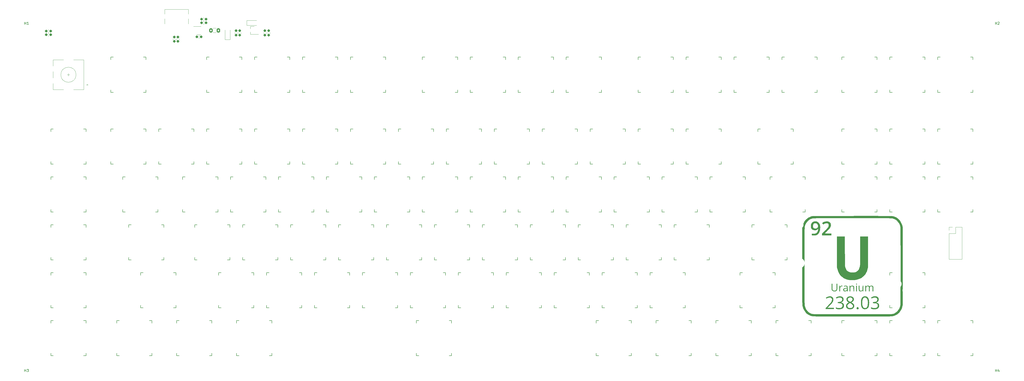
<source format=gbr>
%TF.GenerationSoftware,KiCad,Pcbnew,(6.0.4)*%
%TF.CreationDate,2022-07-07T12:58:29-04:00*%
%TF.ProjectId,Uranium,5572616e-6975-46d2-9e6b-696361645f70,rev?*%
%TF.SameCoordinates,Original*%
%TF.FileFunction,Legend,Top*%
%TF.FilePolarity,Positive*%
%FSLAX46Y46*%
G04 Gerber Fmt 4.6, Leading zero omitted, Abs format (unit mm)*
G04 Created by KiCad (PCBNEW (6.0.4)) date 2022-07-07 12:58:29*
%MOMM*%
%LPD*%
G01*
G04 APERTURE LIST*
G04 Aperture macros list*
%AMRoundRect*
0 Rectangle with rounded corners*
0 $1 Rounding radius*
0 $2 $3 $4 $5 $6 $7 $8 $9 X,Y pos of 4 corners*
0 Add a 4 corners polygon primitive as box body*
4,1,4,$2,$3,$4,$5,$6,$7,$8,$9,$2,$3,0*
0 Add four circle primitives for the rounded corners*
1,1,$1+$1,$2,$3*
1,1,$1+$1,$4,$5*
1,1,$1+$1,$6,$7*
1,1,$1+$1,$8,$9*
0 Add four rect primitives between the rounded corners*
20,1,$1+$1,$2,$3,$4,$5,0*
20,1,$1+$1,$4,$5,$6,$7,0*
20,1,$1+$1,$6,$7,$8,$9,0*
20,1,$1+$1,$8,$9,$2,$3,0*%
G04 Aperture macros list end*
%ADD10C,0.150000*%
%ADD11C,0.120000*%
%ADD12C,3.000000*%
%ADD13C,1.701800*%
%ADD14C,3.987800*%
%ADD15R,0.800000X0.700000*%
%ADD16C,3.048000*%
%ADD17RoundRect,0.237500X0.237500X-0.287500X0.237500X0.287500X-0.237500X0.287500X-0.237500X-0.287500X0*%
%ADD18RoundRect,0.237500X-0.237500X0.287500X-0.237500X-0.287500X0.237500X-0.287500X0.237500X0.287500X0*%
%ADD19C,3.600000*%
%ADD20C,5.500000*%
%ADD21RoundRect,0.237500X0.287500X0.237500X-0.287500X0.237500X-0.287500X-0.237500X0.287500X-0.237500X0*%
%ADD22R,1.700000X1.700000*%
%ADD23O,1.700000X1.700000*%
%ADD24R,1.100000X1.100000*%
%ADD25R,2.000000X2.000000*%
%ADD26C,2.000000*%
%ADD27R,3.200000X2.000000*%
%ADD28R,1.900000X0.800000*%
%ADD29C,0.650000*%
%ADD30R,0.600000X1.450000*%
%ADD31R,0.300000X1.450000*%
%ADD32O,1.000000X1.600000*%
%ADD33O,1.000000X2.100000*%
%ADD34RoundRect,0.237500X-0.287500X-0.237500X0.287500X-0.237500X0.287500X0.237500X-0.287500X0.237500X0*%
%ADD35R,1.560000X0.650000*%
%ADD36RoundRect,0.250001X0.462499X0.624999X-0.462499X0.624999X-0.462499X-0.624999X0.462499X-0.624999X0*%
G04 APERTURE END LIST*
D10*
%TO.C,H3*%
X258794345Y-265783630D02*
X258794345Y-264783630D01*
X258794345Y-265259821D02*
X259365773Y-265259821D01*
X259365773Y-265783630D02*
X259365773Y-264783630D01*
X259746726Y-264783630D02*
X260365773Y-264783630D01*
X260032440Y-265164583D01*
X260175297Y-265164583D01*
X260270535Y-265212202D01*
X260318154Y-265259821D01*
X260365773Y-265355059D01*
X260365773Y-265593154D01*
X260318154Y-265688392D01*
X260270535Y-265736011D01*
X260175297Y-265783630D01*
X259889583Y-265783630D01*
X259794345Y-265736011D01*
X259746726Y-265688392D01*
%TO.C,H4*%
X644556845Y-265783630D02*
X644556845Y-264783630D01*
X644556845Y-265259821D02*
X645128273Y-265259821D01*
X645128273Y-265783630D02*
X645128273Y-264783630D01*
X646033035Y-265116964D02*
X646033035Y-265783630D01*
X645794940Y-264736011D02*
X645556845Y-265450297D01*
X646175892Y-265450297D01*
%TO.C,H2*%
X644556845Y-127671130D02*
X644556845Y-126671130D01*
X644556845Y-127147321D02*
X645128273Y-127147321D01*
X645128273Y-127671130D02*
X645128273Y-126671130D01*
X645556845Y-126766369D02*
X645604464Y-126718750D01*
X645699702Y-126671130D01*
X645937797Y-126671130D01*
X646033035Y-126718750D01*
X646080654Y-126766369D01*
X646128273Y-126861607D01*
X646128273Y-126956845D01*
X646080654Y-127099702D01*
X645509226Y-127671130D01*
X646128273Y-127671130D01*
%TO.C,H1*%
X258794345Y-127671130D02*
X258794345Y-126671130D01*
X258794345Y-127147321D02*
X259365773Y-127147321D01*
X259365773Y-127671130D02*
X259365773Y-126671130D01*
X260365773Y-127671130D02*
X259794345Y-127671130D01*
X260080059Y-127671130D02*
X260080059Y-126671130D01*
X259984821Y-126813988D01*
X259889583Y-126909226D01*
X259794345Y-126956845D01*
%TO.C,K62*%
X472725000Y-221312500D02*
X473725000Y-221312500D01*
X460725000Y-207312500D02*
X459725000Y-207312500D01*
X459725000Y-221312500D02*
X459725000Y-220312500D01*
X459725000Y-208312500D02*
X459725000Y-207312500D01*
X473725000Y-207312500D02*
X472725000Y-207312500D01*
X473725000Y-220312500D02*
X473725000Y-221312500D01*
X459725000Y-221312500D02*
X460725000Y-221312500D01*
X473725000Y-207312500D02*
X473725000Y-208312500D01*
%TO.C,K83*%
X319231250Y-246412500D02*
X319231250Y-245412500D01*
X333231250Y-245412500D02*
X332231250Y-245412500D01*
X332231250Y-259412500D02*
X333231250Y-259412500D01*
X319231250Y-259412500D02*
X319231250Y-258412500D01*
X319231250Y-259412500D02*
X320231250Y-259412500D01*
X333231250Y-245412500D02*
X333231250Y-246412500D01*
X320231250Y-245412500D02*
X319231250Y-245412500D01*
X333231250Y-258412500D02*
X333231250Y-259412500D01*
%TO.C,K42*%
X430862500Y-201262500D02*
X430862500Y-202262500D01*
X430862500Y-188262500D02*
X429862500Y-188262500D01*
X417862500Y-188262500D02*
X416862500Y-188262500D01*
X429862500Y-202262500D02*
X430862500Y-202262500D01*
X416862500Y-202262500D02*
X416862500Y-201262500D01*
X416862500Y-202262500D02*
X417862500Y-202262500D01*
X430862500Y-188262500D02*
X430862500Y-189262500D01*
X416862500Y-189262500D02*
X416862500Y-188262500D01*
%TO.C,K81*%
X269225000Y-246412500D02*
X269225000Y-245412500D01*
X282225000Y-259412500D02*
X283225000Y-259412500D01*
X283225000Y-258412500D02*
X283225000Y-259412500D01*
X283225000Y-245412500D02*
X282225000Y-245412500D01*
X269225000Y-259412500D02*
X270225000Y-259412500D01*
X269225000Y-259412500D02*
X269225000Y-258412500D01*
X270225000Y-245412500D02*
X269225000Y-245412500D01*
X283225000Y-245412500D02*
X283225000Y-246412500D01*
%TO.C,K2*%
X331137500Y-154637500D02*
X332137500Y-154637500D01*
X331137500Y-141637500D02*
X331137500Y-140637500D01*
X345137500Y-140637500D02*
X344137500Y-140637500D01*
X344137500Y-154637500D02*
X345137500Y-154637500D01*
X332137500Y-140637500D02*
X331137500Y-140637500D01*
X331137500Y-154637500D02*
X331137500Y-153637500D01*
X345137500Y-140637500D02*
X345137500Y-141637500D01*
X345137500Y-153637500D02*
X345137500Y-154637500D01*
%TO.C,K71*%
X388000000Y-226362500D02*
X388000000Y-227362500D01*
X374000000Y-227362500D02*
X374000000Y-226362500D01*
X388000000Y-226362500D02*
X387000000Y-226362500D01*
X374000000Y-240362500D02*
X374000000Y-239362500D01*
X374000000Y-240362500D02*
X375000000Y-240362500D01*
X387000000Y-240362500D02*
X388000000Y-240362500D01*
X375000000Y-226362500D02*
X374000000Y-226362500D01*
X388000000Y-239362500D02*
X388000000Y-240362500D01*
%TO.C,K31*%
X551212500Y-169212500D02*
X550212500Y-169212500D01*
X564212500Y-169212500D02*
X564212500Y-170212500D01*
X550212500Y-183212500D02*
X551212500Y-183212500D01*
X550212500Y-183212500D02*
X550212500Y-182212500D01*
X563212500Y-183212500D02*
X564212500Y-183212500D01*
X564212500Y-182212500D02*
X564212500Y-183212500D01*
X550212500Y-170212500D02*
X550212500Y-169212500D01*
X564212500Y-169212500D02*
X563212500Y-169212500D01*
%TO.C,K3*%
X350187500Y-141637500D02*
X350187500Y-140637500D01*
X364187500Y-153637500D02*
X364187500Y-154637500D01*
X350187500Y-154637500D02*
X351187500Y-154637500D01*
X351187500Y-140637500D02*
X350187500Y-140637500D01*
X363187500Y-154637500D02*
X364187500Y-154637500D01*
X364187500Y-140637500D02*
X364187500Y-141637500D01*
X364187500Y-140637500D02*
X363187500Y-140637500D01*
X350187500Y-154637500D02*
X350187500Y-153637500D01*
%TO.C,K12*%
X541687500Y-140637500D02*
X540687500Y-140637500D01*
X554687500Y-140637500D02*
X554687500Y-141637500D01*
X540687500Y-154637500D02*
X541687500Y-154637500D01*
X554687500Y-140637500D02*
X553687500Y-140637500D01*
X553687500Y-154637500D02*
X554687500Y-154637500D01*
X540687500Y-154637500D02*
X540687500Y-153637500D01*
X554687500Y-153637500D02*
X554687500Y-154637500D01*
X540687500Y-141637500D02*
X540687500Y-140637500D01*
D11*
%TO.C,C8*%
X354813437Y-131171267D02*
X354813437Y-130828733D01*
X353793437Y-131171267D02*
X353793437Y-130828733D01*
D10*
%TO.C,K45*%
X488012500Y-188262500D02*
X487012500Y-188262500D01*
X474012500Y-202262500D02*
X474012500Y-201262500D01*
X487012500Y-202262500D02*
X488012500Y-202262500D01*
X488012500Y-201262500D02*
X488012500Y-202262500D01*
X474012500Y-202262500D02*
X475012500Y-202262500D01*
X474012500Y-189262500D02*
X474012500Y-188262500D01*
X475012500Y-188262500D02*
X474012500Y-188262500D01*
X488012500Y-188262500D02*
X488012500Y-189262500D01*
%TO.C,K41*%
X397812500Y-189262500D02*
X397812500Y-188262500D01*
X397812500Y-202262500D02*
X398812500Y-202262500D01*
X411812500Y-188262500D02*
X410812500Y-188262500D01*
X397812500Y-202262500D02*
X397812500Y-201262500D01*
X411812500Y-188262500D02*
X411812500Y-189262500D01*
X398812500Y-188262500D02*
X397812500Y-188262500D01*
X411812500Y-201262500D02*
X411812500Y-202262500D01*
X410812500Y-202262500D02*
X411812500Y-202262500D01*
D11*
%TO.C,R10*%
X318760000Y-133671267D02*
X318760000Y-133328733D01*
X317740000Y-133671267D02*
X317740000Y-133328733D01*
D10*
%TO.C,K28*%
X484537500Y-169212500D02*
X483537500Y-169212500D01*
X483537500Y-170212500D02*
X483537500Y-169212500D01*
X496537500Y-183212500D02*
X497537500Y-183212500D01*
X497537500Y-169212500D02*
X496537500Y-169212500D01*
X497537500Y-169212500D02*
X497537500Y-170212500D01*
X497537500Y-182212500D02*
X497537500Y-183212500D01*
X483537500Y-183212500D02*
X484537500Y-183212500D01*
X483537500Y-183212500D02*
X483537500Y-182212500D01*
%TO.C,K44*%
X455962500Y-188262500D02*
X454962500Y-188262500D01*
X454962500Y-202262500D02*
X454962500Y-201262500D01*
X454962500Y-202262500D02*
X455962500Y-202262500D01*
X467962500Y-202262500D02*
X468962500Y-202262500D01*
X468962500Y-201262500D02*
X468962500Y-202262500D01*
X454962500Y-189262500D02*
X454962500Y-188262500D01*
X468962500Y-188262500D02*
X467962500Y-188262500D01*
X468962500Y-188262500D02*
X468962500Y-189262500D01*
%TO.C,K4*%
X383237500Y-140637500D02*
X382237500Y-140637500D01*
X383237500Y-140637500D02*
X383237500Y-141637500D01*
X369237500Y-141637500D02*
X369237500Y-140637500D01*
X382237500Y-154637500D02*
X383237500Y-154637500D01*
X370237500Y-140637500D02*
X369237500Y-140637500D01*
X383237500Y-153637500D02*
X383237500Y-154637500D01*
X369237500Y-154637500D02*
X369237500Y-153637500D01*
X369237500Y-154637500D02*
X370237500Y-154637500D01*
D11*
%TO.C,R12*%
X356313437Y-130828733D02*
X356313437Y-131171267D01*
X355293437Y-130828733D02*
X355293437Y-131171267D01*
D10*
%TO.C,K74*%
X431150000Y-240362500D02*
X432150000Y-240362500D01*
X432150000Y-226362500D02*
X431150000Y-226362500D01*
X445150000Y-239362500D02*
X445150000Y-240362500D01*
X431150000Y-240362500D02*
X431150000Y-239362500D01*
X431150000Y-227362500D02*
X431150000Y-226362500D01*
X445150000Y-226362500D02*
X444150000Y-226362500D01*
X445150000Y-226362500D02*
X445150000Y-227362500D01*
X444150000Y-240362500D02*
X445150000Y-240362500D01*
%TO.C,K9*%
X488012500Y-140637500D02*
X487012500Y-140637500D01*
X474012500Y-141637500D02*
X474012500Y-140637500D01*
X474012500Y-154637500D02*
X475012500Y-154637500D01*
X474012500Y-154637500D02*
X474012500Y-153637500D01*
X488012500Y-153637500D02*
X488012500Y-154637500D01*
X475012500Y-140637500D02*
X474012500Y-140637500D01*
X488012500Y-140637500D02*
X488012500Y-141637500D01*
X487012500Y-154637500D02*
X488012500Y-154637500D01*
D11*
%TO.C,C4*%
X268474392Y-132207500D02*
X268131858Y-132207500D01*
X268474392Y-131187500D02*
X268131858Y-131187500D01*
D10*
%TO.C,K90*%
X584550000Y-245412500D02*
X583550000Y-245412500D01*
X597550000Y-245412500D02*
X596550000Y-245412500D01*
X583550000Y-259412500D02*
X583550000Y-258412500D01*
X583550000Y-259412500D02*
X584550000Y-259412500D01*
X597550000Y-258412500D02*
X597550000Y-259412500D01*
X583550000Y-246412500D02*
X583550000Y-245412500D01*
X597550000Y-245412500D02*
X597550000Y-246412500D01*
X596550000Y-259412500D02*
X597550000Y-259412500D01*
D11*
%TO.C,J1*%
X628729375Y-208220000D02*
X631329375Y-208220000D01*
X628729375Y-210820000D02*
X628729375Y-208220000D01*
X626129375Y-210820000D02*
X626129375Y-221040000D01*
X626129375Y-209550000D02*
X626129375Y-208220000D01*
X626129375Y-221040000D02*
X631329375Y-221040000D01*
X631329375Y-208220000D02*
X631329375Y-221040000D01*
X626129375Y-210820000D02*
X628729375Y-210820000D01*
X626129375Y-208220000D02*
X627459375Y-208220000D01*
D10*
%TO.C,K36*%
X297800000Y-189262500D02*
X297800000Y-188262500D01*
X297800000Y-202262500D02*
X298800000Y-202262500D01*
X311800000Y-188262500D02*
X310800000Y-188262500D01*
X311800000Y-201262500D02*
X311800000Y-202262500D01*
X310800000Y-202262500D02*
X311800000Y-202262500D01*
X311800000Y-188262500D02*
X311800000Y-189262500D01*
X297800000Y-202262500D02*
X297800000Y-201262500D01*
X298800000Y-188262500D02*
X297800000Y-188262500D01*
%TO.C,K49*%
X568975000Y-201262500D02*
X568975000Y-202262500D01*
X554975000Y-202262500D02*
X554975000Y-201262500D01*
X568975000Y-188262500D02*
X568975000Y-189262500D01*
X568975000Y-188262500D02*
X567975000Y-188262500D01*
X555975000Y-188262500D02*
X554975000Y-188262500D01*
X567975000Y-202262500D02*
X568975000Y-202262500D01*
X554975000Y-202262500D02*
X555975000Y-202262500D01*
X554975000Y-189262500D02*
X554975000Y-188262500D01*
%TO.C,K6*%
X416862500Y-154637500D02*
X417862500Y-154637500D01*
X430862500Y-140637500D02*
X429862500Y-140637500D01*
X416862500Y-141637500D02*
X416862500Y-140637500D01*
X417862500Y-140637500D02*
X416862500Y-140637500D01*
X430862500Y-153637500D02*
X430862500Y-154637500D01*
X430862500Y-140637500D02*
X430862500Y-141637500D01*
X429862500Y-154637500D02*
X430862500Y-154637500D01*
X416862500Y-154637500D02*
X416862500Y-153637500D01*
D11*
%TO.C,D3*%
X338472812Y-133700000D02*
X340472812Y-133700000D01*
X338472812Y-133700000D02*
X338472812Y-129850000D01*
X340472812Y-133700000D02*
X340472812Y-129850000D01*
D10*
%TO.C,K19*%
X326087500Y-169212500D02*
X325087500Y-169212500D01*
X312087500Y-183212500D02*
X312087500Y-182212500D01*
X312087500Y-170212500D02*
X312087500Y-169212500D01*
X326087500Y-182212500D02*
X326087500Y-183212500D01*
X312087500Y-183212500D02*
X313087500Y-183212500D01*
X326087500Y-169212500D02*
X326087500Y-170212500D01*
X325087500Y-183212500D02*
X326087500Y-183212500D01*
X313087500Y-169212500D02*
X312087500Y-169212500D01*
%TO.C,K87*%
X509731250Y-259412500D02*
X510731250Y-259412500D01*
X509731250Y-246412500D02*
X509731250Y-245412500D01*
X510731250Y-245412500D02*
X509731250Y-245412500D01*
X523731250Y-258412500D02*
X523731250Y-259412500D01*
X523731250Y-245412500D02*
X523731250Y-246412500D01*
X523731250Y-245412500D02*
X522731250Y-245412500D01*
X509731250Y-259412500D02*
X509731250Y-258412500D01*
X522731250Y-259412500D02*
X523731250Y-259412500D01*
%TO.C,K80*%
X602600000Y-227362500D02*
X602600000Y-226362500D01*
X616600000Y-239362500D02*
X616600000Y-240362500D01*
X615600000Y-240362500D02*
X616600000Y-240362500D01*
X616600000Y-226362500D02*
X615600000Y-226362500D01*
X616600000Y-226362500D02*
X616600000Y-227362500D01*
X602600000Y-240362500D02*
X602600000Y-239362500D01*
X603600000Y-226362500D02*
X602600000Y-226362500D01*
X602600000Y-240362500D02*
X603600000Y-240362500D01*
%TO.C,K47*%
X526112500Y-188262500D02*
X525112500Y-188262500D01*
X512112500Y-189262500D02*
X512112500Y-188262500D01*
X513112500Y-188262500D02*
X512112500Y-188262500D01*
X525112500Y-202262500D02*
X526112500Y-202262500D01*
X526112500Y-188262500D02*
X526112500Y-189262500D01*
X526112500Y-201262500D02*
X526112500Y-202262500D01*
X512112500Y-202262500D02*
X512112500Y-201262500D01*
X512112500Y-202262500D02*
X513112500Y-202262500D01*
%TO.C,K14*%
X597550000Y-140637500D02*
X596550000Y-140637500D01*
X597550000Y-153637500D02*
X597550000Y-154637500D01*
X583550000Y-141637500D02*
X583550000Y-140637500D01*
X584550000Y-140637500D02*
X583550000Y-140637500D01*
X596550000Y-154637500D02*
X597550000Y-154637500D01*
X583550000Y-154637500D02*
X584550000Y-154637500D01*
X583550000Y-154637500D02*
X583550000Y-153637500D01*
X597550000Y-140637500D02*
X597550000Y-141637500D01*
%TO.C,K66*%
X561831250Y-207312500D02*
X560831250Y-207312500D01*
X560831250Y-221312500D02*
X561831250Y-221312500D01*
X548831250Y-207312500D02*
X547831250Y-207312500D01*
X547831250Y-221312500D02*
X548831250Y-221312500D01*
X547831250Y-221312500D02*
X547831250Y-220312500D01*
X561831250Y-220312500D02*
X561831250Y-221312500D01*
X547831250Y-208312500D02*
X547831250Y-207312500D01*
X561831250Y-207312500D02*
X561831250Y-208312500D01*
%TO.C,K91*%
X616600000Y-258412500D02*
X616600000Y-259412500D01*
X603600000Y-245412500D02*
X602600000Y-245412500D01*
X616600000Y-245412500D02*
X615600000Y-245412500D01*
X615600000Y-259412500D02*
X616600000Y-259412500D01*
X602600000Y-246412500D02*
X602600000Y-245412500D01*
X602600000Y-259412500D02*
X603600000Y-259412500D01*
X616600000Y-245412500D02*
X616600000Y-246412500D01*
X602600000Y-259412500D02*
X602600000Y-258412500D01*
%TO.C,L1*%
G36*
X585255509Y-239284348D02*
G01*
X585352876Y-239015326D01*
X585502333Y-238780495D01*
X585577557Y-238701525D01*
X585691864Y-238603425D01*
X585826924Y-238499432D01*
X585964408Y-238402785D01*
X586085983Y-238326719D01*
X586173322Y-238284473D01*
X586195379Y-238280000D01*
X586239112Y-238262090D01*
X586219830Y-238215865D01*
X586144043Y-238152579D01*
X586108927Y-238130567D01*
X585824110Y-237924490D01*
X585611774Y-237684792D01*
X585471462Y-237410712D01*
X585402717Y-237101492D01*
X585398087Y-237007622D01*
X585922494Y-237007622D01*
X585969275Y-237229053D01*
X586086846Y-237441129D01*
X586272398Y-237636998D01*
X586523126Y-237809804D01*
X586574061Y-237837460D01*
X586734266Y-237914988D01*
X586853009Y-237950720D01*
X586955655Y-237946835D01*
X587067571Y-237905514D01*
X587111593Y-237883658D01*
X587378511Y-237715618D01*
X587583394Y-237521454D01*
X587722465Y-237308262D01*
X587791950Y-237083140D01*
X587788072Y-236853184D01*
X587742028Y-236698685D01*
X587620822Y-236500241D01*
X587444754Y-236356417D01*
X587211695Y-236266075D01*
X586919517Y-236228076D01*
X586859154Y-236226696D01*
X586566417Y-236248466D01*
X586331917Y-236320785D01*
X586150042Y-236445998D01*
X586052529Y-236564113D01*
X585949310Y-236783691D01*
X585922494Y-237007622D01*
X585398087Y-237007622D01*
X585395000Y-236945050D01*
X585431814Y-236646051D01*
X585538590Y-236379276D01*
X585709831Y-236153277D01*
X585940038Y-235976608D01*
X586055103Y-235918238D01*
X586344440Y-235825514D01*
X586674033Y-235777468D01*
X587017395Y-235774677D01*
X587348038Y-235817715D01*
X587584276Y-235885035D01*
X587807876Y-235998592D01*
X588010999Y-236156876D01*
X588173214Y-236341136D01*
X588266340Y-236511035D01*
X588322849Y-236742721D01*
X588334474Y-237000486D01*
X588301863Y-237250269D01*
X588249285Y-237410713D01*
X588139672Y-237591371D01*
X587978112Y-237778254D01*
X587787189Y-237948522D01*
X587589489Y-238079333D01*
X587586677Y-238080830D01*
X587482258Y-238139716D01*
X587414660Y-238184542D01*
X587400337Y-238199931D01*
X587433179Y-238226892D01*
X587519675Y-238279784D01*
X587642309Y-238348004D01*
X587664804Y-238360000D01*
X587929985Y-238529452D01*
X588160264Y-238733104D01*
X588337810Y-238953869D01*
X588401586Y-239066051D01*
X588471652Y-239282696D01*
X588499710Y-239537229D01*
X588485658Y-239799396D01*
X588429393Y-240038938D01*
X588405100Y-240100000D01*
X588243189Y-240367984D01*
X588020369Y-240587830D01*
X587743196Y-240754394D01*
X587439458Y-240857666D01*
X587221053Y-240892876D01*
X586958195Y-240910974D01*
X586684701Y-240911405D01*
X586434385Y-240893611D01*
X586320000Y-240876081D01*
X586102707Y-240811882D01*
X585877872Y-240709148D01*
X585673402Y-240583023D01*
X585517200Y-240448652D01*
X585503024Y-240432691D01*
X585347000Y-240189263D01*
X585253818Y-239898360D01*
X585226444Y-239600926D01*
X585760709Y-239600926D01*
X585799602Y-239839213D01*
X585903424Y-240055157D01*
X586067408Y-240237614D01*
X586286787Y-240375443D01*
X586468700Y-240438884D01*
X586650140Y-240465013D01*
X586869438Y-240467869D01*
X587097193Y-240449747D01*
X587304002Y-240412941D01*
X587456207Y-240361836D01*
X587677454Y-240216081D01*
X587835766Y-240030966D01*
X587929565Y-239818460D01*
X587957274Y-239590535D01*
X587917318Y-239359161D01*
X587808118Y-239136310D01*
X587642576Y-238946783D01*
X587531643Y-238861858D01*
X587381044Y-238766371D01*
X587210436Y-238670550D01*
X587039475Y-238584626D01*
X586887819Y-238518828D01*
X586775123Y-238483386D01*
X586745630Y-238480000D01*
X586627159Y-238508270D01*
X586475314Y-238584115D01*
X586308452Y-238694086D01*
X586144930Y-238824733D01*
X586003106Y-238962608D01*
X585901337Y-239094263D01*
X585896775Y-239101894D01*
X585791511Y-239351439D01*
X585760709Y-239600926D01*
X585226444Y-239600926D01*
X585224518Y-239580000D01*
X585255509Y-239284348D01*
G37*
G36*
X583792414Y-231668873D02*
G01*
X583780000Y-231817747D01*
X583593446Y-231806064D01*
X583390887Y-231821879D01*
X583214562Y-231902469D01*
X583072544Y-232026428D01*
X583004478Y-232106161D01*
X582952898Y-232190700D01*
X582915114Y-232292859D01*
X582888440Y-232425450D01*
X582870185Y-232601285D01*
X582857661Y-232833177D01*
X582849349Y-233090000D01*
X582830076Y-233800000D01*
X582520000Y-233800000D01*
X582520000Y-231560000D01*
X582656246Y-231560000D01*
X582736919Y-231564253D01*
X582780834Y-231590540D01*
X582804435Y-231659147D01*
X582820333Y-231762425D01*
X582848174Y-231964850D01*
X582988101Y-231801376D01*
X583141169Y-231649414D01*
X583296314Y-231561017D01*
X583480071Y-231523580D01*
X583580428Y-231520000D01*
X583804829Y-231520000D01*
X583792414Y-231668873D01*
G37*
G36*
X596935952Y-235776949D02*
G01*
X597103613Y-235797526D01*
X597452579Y-235887053D01*
X597736853Y-236023497D01*
X597956815Y-236207236D01*
X598112842Y-236438650D01*
X598205314Y-236718116D01*
X598231462Y-236924748D01*
X598220803Y-237251100D01*
X598145935Y-237530078D01*
X598005396Y-237763900D01*
X597797723Y-237954786D01*
X597521456Y-238104957D01*
X597431045Y-238140215D01*
X597183529Y-238229838D01*
X597392328Y-238274617D01*
X597693407Y-238360709D01*
X597930756Y-238479829D01*
X598116666Y-238640092D01*
X598263431Y-238849615D01*
X598263548Y-238849826D01*
X598317788Y-238954495D01*
X598352012Y-239046984D01*
X598370758Y-239151083D01*
X598378568Y-239290579D01*
X598380000Y-239460000D01*
X598377576Y-239654119D01*
X598367331Y-239793455D01*
X598344800Y-239903154D01*
X598305520Y-240008363D01*
X598268808Y-240086421D01*
X598096232Y-240351001D01*
X597862846Y-240564992D01*
X597567839Y-240728953D01*
X597210398Y-240843444D01*
X597149322Y-240856804D01*
X596899436Y-240892941D01*
X596604662Y-240911592D01*
X596296297Y-240912587D01*
X596005639Y-240895755D01*
X595780000Y-240864225D01*
X595603223Y-240822653D01*
X595418064Y-240769689D01*
X595330000Y-240740242D01*
X595120000Y-240664196D01*
X595120000Y-240129299D01*
X595362875Y-240227401D01*
X595723893Y-240347292D01*
X596093960Y-240414841D01*
X596498789Y-240434223D01*
X596620000Y-240431652D01*
X596843454Y-240420355D01*
X597009174Y-240401731D01*
X597139339Y-240372128D01*
X597256130Y-240327895D01*
X597259501Y-240326375D01*
X597497491Y-240188764D01*
X597665410Y-240018876D01*
X597768923Y-239807902D01*
X597813694Y-239547031D01*
X597816504Y-239460000D01*
X597797346Y-239211531D01*
X597730224Y-239013958D01*
X597606123Y-238853617D01*
X597416032Y-238716844D01*
X597280000Y-238646673D01*
X597183002Y-238604765D01*
X597087931Y-238574716D01*
X596977092Y-238553760D01*
X596832791Y-238539134D01*
X596637335Y-238528075D01*
X596480000Y-238521695D01*
X595900000Y-238500000D01*
X595888189Y-238276215D01*
X595876378Y-238052431D01*
X596331861Y-238028021D01*
X596661603Y-237998543D01*
X596926970Y-237946339D01*
X597141502Y-237866841D01*
X597318736Y-237755480D01*
X597424902Y-237659179D01*
X597556463Y-237492412D01*
X597632219Y-237310553D01*
X597639565Y-237281809D01*
X597670742Y-237018533D01*
X597634834Y-236788810D01*
X597538582Y-236595370D01*
X597388726Y-236440944D01*
X597192005Y-236328263D01*
X596955159Y-236260057D01*
X596684928Y-236239056D01*
X596388053Y-236267991D01*
X596071272Y-236349593D01*
X595741325Y-236486592D01*
X595712484Y-236501085D01*
X595581221Y-236567167D01*
X595480780Y-236616201D01*
X595429480Y-236639281D01*
X595426732Y-236640000D01*
X595398178Y-236610414D01*
X595338738Y-236534305D01*
X595287972Y-236465120D01*
X595217300Y-236362216D01*
X595189993Y-236300991D01*
X595200814Y-236259578D01*
X595231192Y-236228015D01*
X595327011Y-236161274D01*
X595475150Y-236080312D01*
X595652071Y-235996314D01*
X595834237Y-235920468D01*
X595995712Y-235864666D01*
X596290916Y-235801611D01*
X596617343Y-235771584D01*
X596935952Y-235776949D01*
G37*
G36*
X589945278Y-240068297D02*
G01*
X590087940Y-240155442D01*
X590163376Y-240231473D01*
X590201989Y-240305805D01*
X590215783Y-240410073D01*
X590217142Y-240495961D01*
X590210581Y-240638467D01*
X590184470Y-240732408D01*
X590129167Y-240808603D01*
X590114674Y-240823507D01*
X589976125Y-240911849D01*
X589808734Y-240946948D01*
X589644722Y-240924076D01*
X589591785Y-240900223D01*
X589491183Y-240801136D01*
X589442008Y-240689658D01*
X589411656Y-240571242D01*
X589403819Y-240487976D01*
X589418508Y-240398373D01*
X589442085Y-240310064D01*
X589517679Y-240166984D01*
X589639034Y-240076054D01*
X589787712Y-240041686D01*
X589945278Y-240068297D01*
G37*
G36*
X584145911Y-232919517D02*
G01*
X584267387Y-232749272D01*
X584459959Y-232615144D01*
X584509782Y-232591551D01*
X584627403Y-232554322D01*
X584801344Y-232517236D01*
X585008001Y-232483916D01*
X585223768Y-232457986D01*
X585425042Y-232443069D01*
X585490000Y-232441083D01*
X585535524Y-232423406D01*
X585555951Y-232359665D01*
X585559410Y-232270000D01*
X585534231Y-232073810D01*
X585455851Y-231930484D01*
X585319443Y-231828756D01*
X585150110Y-231782150D01*
X584938946Y-231786937D01*
X584704480Y-231842011D01*
X584627388Y-231870141D01*
X584505458Y-231904755D01*
X584433270Y-231884211D01*
X584397280Y-231802294D01*
X584391149Y-231761688D01*
X584393945Y-231703674D01*
X584430021Y-231661958D01*
X584516435Y-231622924D01*
X584600000Y-231594982D01*
X584851950Y-231538519D01*
X585111411Y-231521632D01*
X585352998Y-231543923D01*
X585551326Y-231604995D01*
X585561524Y-231610000D01*
X585655323Y-231661249D01*
X585728677Y-231715953D01*
X585784087Y-231784170D01*
X585824057Y-231875957D01*
X585851087Y-232001375D01*
X585867681Y-232170482D01*
X585876340Y-232393337D01*
X585879567Y-232679998D01*
X585879937Y-232890000D01*
X585880000Y-233800000D01*
X585763515Y-233800000D01*
X585686967Y-233791209D01*
X585646620Y-233749848D01*
X585622309Y-233653437D01*
X585620000Y-233640000D01*
X585589230Y-233527418D01*
X585550137Y-233481986D01*
X585509347Y-233508909D01*
X585494058Y-233541060D01*
X585447660Y-233595730D01*
X585355698Y-233666699D01*
X585295329Y-233704851D01*
X585090192Y-233788639D01*
X584856899Y-233826843D01*
X584628738Y-233816120D01*
X584506207Y-233784091D01*
X584317001Y-233684314D01*
X584191351Y-233544067D01*
X584120154Y-233360644D01*
X584100896Y-233167886D01*
X584439676Y-233167886D01*
X584473754Y-233328555D01*
X584556923Y-233443076D01*
X584650208Y-233519660D01*
X584750493Y-233553547D01*
X584864294Y-233560000D01*
X585052886Y-233535802D01*
X585228708Y-233475784D01*
X585398734Y-233352483D01*
X585508553Y-233177050D01*
X585557368Y-232950929D01*
X585560000Y-232875692D01*
X585560000Y-232668197D01*
X585214240Y-232694775D01*
X584933215Y-232731615D01*
X584713367Y-232793068D01*
X584560290Y-232876958D01*
X584479837Y-232980426D01*
X584439676Y-233167886D01*
X584100896Y-233167886D01*
X584096507Y-233123951D01*
X584145911Y-232919517D01*
G37*
G36*
X571264265Y-207429740D02*
G01*
X571298110Y-207245238D01*
X571429322Y-206890641D01*
X571618550Y-206584514D01*
X571860146Y-206332563D01*
X572148465Y-206140497D01*
X572477860Y-206014024D01*
X572528343Y-206001551D01*
X572698119Y-205976680D01*
X572914835Y-205964619D01*
X573146467Y-205965342D01*
X573360991Y-205978821D01*
X573515413Y-206002395D01*
X573842470Y-206117780D01*
X574138707Y-206302480D01*
X574398418Y-206549852D01*
X574615896Y-206853255D01*
X574785437Y-207206049D01*
X574901334Y-207601590D01*
X574905138Y-207620000D01*
X574939622Y-207868112D01*
X574957184Y-208172088D01*
X574958635Y-208509780D01*
X574944786Y-208859041D01*
X574916446Y-209197723D01*
X574874426Y-209503680D01*
X574828213Y-209722793D01*
X574679556Y-210175390D01*
X574485959Y-210562907D01*
X574245323Y-210887827D01*
X573955547Y-211152633D01*
X573614531Y-211359808D01*
X573350648Y-211469616D01*
X573230979Y-211508888D01*
X573118763Y-211537310D01*
X572996427Y-211557014D01*
X572846393Y-211570133D01*
X572651089Y-211578802D01*
X572400000Y-211585012D01*
X572175720Y-211588159D01*
X571977894Y-211588361D01*
X571821060Y-211585804D01*
X571719758Y-211580678D01*
X571690000Y-211575815D01*
X571662682Y-211529147D01*
X571646294Y-211415090D01*
X571640096Y-211228017D01*
X571640000Y-211194854D01*
X571640000Y-210836374D01*
X571790000Y-210868187D01*
X571967397Y-210891732D01*
X572190089Y-210901027D01*
X572432306Y-210897054D01*
X572668279Y-210880796D01*
X572872239Y-210853234D01*
X573000000Y-210822057D01*
X573313100Y-210682282D01*
X573570623Y-210491721D01*
X573776023Y-210246093D01*
X573932751Y-209941119D01*
X574044262Y-209572518D01*
X574057259Y-209511686D01*
X574088310Y-209336536D01*
X574110745Y-209166960D01*
X574119967Y-209038075D01*
X574120000Y-209032373D01*
X574120000Y-208861374D01*
X573939076Y-209068196D01*
X573700716Y-209282569D01*
X573419213Y-209429767D01*
X573093911Y-209510125D01*
X573068527Y-209513371D01*
X572681564Y-209527617D01*
X572330832Y-209475002D01*
X572020756Y-209358260D01*
X571755762Y-209180128D01*
X571540277Y-208943340D01*
X571378726Y-208650632D01*
X571302080Y-208421596D01*
X571264081Y-208207474D01*
X571245043Y-207950148D01*
X571245047Y-207908789D01*
X572092638Y-207908789D01*
X572131328Y-208184402D01*
X572200554Y-208381144D01*
X572325250Y-208579448D01*
X572482832Y-208716896D01*
X572683139Y-208798478D01*
X572936010Y-208829185D01*
X573080000Y-208827271D01*
X573329497Y-208799599D01*
X573518803Y-208741063D01*
X573545378Y-208728171D01*
X573735696Y-208603653D01*
X573899119Y-208447164D01*
X574012306Y-208281819D01*
X574025714Y-208252493D01*
X574070166Y-208070862D01*
X574077892Y-207848763D01*
X574050266Y-207616071D01*
X573988666Y-207402660D01*
X573986287Y-207396819D01*
X573859083Y-207142260D01*
X573709182Y-206952387D01*
X573524031Y-206812529D01*
X573454792Y-206775699D01*
X573323315Y-206717469D01*
X573211377Y-206688593D01*
X573082773Y-206682772D01*
X572958829Y-206689368D01*
X572697855Y-206735070D01*
X572491305Y-206834205D01*
X572329482Y-206992366D01*
X572265876Y-207089104D01*
X572161183Y-207336001D01*
X572103013Y-207617609D01*
X572092638Y-207908789D01*
X571245047Y-207908789D01*
X571245069Y-207680582D01*
X571264265Y-207429740D01*
G37*
G36*
X589460987Y-230741132D02*
G01*
X589538689Y-230813992D01*
X589559387Y-230914897D01*
X589531784Y-231049361D01*
X589455854Y-231122953D01*
X589339061Y-231130170D01*
X589287679Y-231115174D01*
X589229328Y-231081816D01*
X589206062Y-231023067D01*
X589207534Y-230912446D01*
X589207679Y-230910430D01*
X589221207Y-230801892D01*
X589251731Y-230749461D01*
X589315506Y-230729245D01*
X589332418Y-230727109D01*
X589460987Y-230741132D01*
G37*
G36*
X579800223Y-231830000D02*
G01*
X579801946Y-232140323D01*
X579806714Y-232420802D01*
X579814135Y-232660424D01*
X579823814Y-232848175D01*
X579835358Y-232973045D01*
X579842405Y-233011093D01*
X579923646Y-233187852D01*
X580053199Y-233344998D01*
X580208230Y-233457314D01*
X580269914Y-233483272D01*
X580400987Y-233512551D01*
X580559376Y-233529630D01*
X580620000Y-233531428D01*
X580774407Y-233521438D01*
X580923030Y-233496286D01*
X580970085Y-233483272D01*
X581128840Y-233394957D01*
X581270913Y-233252097D01*
X581373471Y-233079908D01*
X581397594Y-233011093D01*
X581410002Y-232925761D01*
X581420761Y-232771451D01*
X581429480Y-232559176D01*
X581435765Y-232299949D01*
X581439222Y-232004782D01*
X581439776Y-231830000D01*
X581440000Y-230800000D01*
X581764505Y-230800000D01*
X581752252Y-231950000D01*
X581748138Y-232290500D01*
X581743450Y-232560646D01*
X581737562Y-232770082D01*
X581729847Y-232928456D01*
X581719679Y-233045411D01*
X581706430Y-233130594D01*
X581689474Y-233193649D01*
X581668185Y-233244224D01*
X581668145Y-233244303D01*
X581524010Y-233457085D01*
X581330199Y-233634432D01*
X581166692Y-233729528D01*
X580978374Y-233786833D01*
X580746767Y-233818926D01*
X580505131Y-233823835D01*
X580286727Y-233799586D01*
X580226893Y-233785266D01*
X579966964Y-233675922D01*
X579755113Y-233511860D01*
X579602741Y-233301920D01*
X579602185Y-233300843D01*
X579572588Y-233241760D01*
X579549242Y-233185957D01*
X579531292Y-233123328D01*
X579517886Y-233043766D01*
X579508170Y-232937166D01*
X579501293Y-232793422D01*
X579496401Y-232602427D01*
X579492640Y-232354077D01*
X579489158Y-232038264D01*
X579488268Y-231951209D01*
X579476537Y-230800000D01*
X579800000Y-230800000D01*
X579800223Y-231830000D01*
G37*
G36*
X579037287Y-235793326D02*
G01*
X579063667Y-235797703D01*
X579405416Y-235889497D01*
X579687788Y-236034506D01*
X579909361Y-236230965D01*
X580068713Y-236477115D01*
X580164423Y-236771192D01*
X580195067Y-237111435D01*
X580192725Y-237196830D01*
X580178405Y-237392023D01*
X580151313Y-237544060D01*
X580102400Y-237689697D01*
X580033805Y-237842413D01*
X579951297Y-238004258D01*
X579859672Y-238159580D01*
X579751936Y-238316784D01*
X579621097Y-238484275D01*
X579460161Y-238670459D01*
X579262135Y-238883741D01*
X579020027Y-239132527D01*
X578726844Y-239425221D01*
X578671370Y-239480000D01*
X578459944Y-239689503D01*
X578268329Y-239881279D01*
X578103622Y-240048069D01*
X577972924Y-240182617D01*
X577883332Y-240277665D01*
X577841946Y-240325955D01*
X577839957Y-240330000D01*
X577878401Y-240337231D01*
X577987451Y-240343836D01*
X578157711Y-240349597D01*
X578379789Y-240354297D01*
X578644290Y-240357720D01*
X578941820Y-240359649D01*
X579140000Y-240360000D01*
X580440000Y-240360000D01*
X580440000Y-240840000D01*
X577120000Y-240840000D01*
X577120000Y-240387099D01*
X578091755Y-239403549D01*
X578397642Y-239092636D01*
X578652044Y-238830565D01*
X578860840Y-238610420D01*
X579029911Y-238425283D01*
X579165139Y-238268238D01*
X579272403Y-238132367D01*
X579357585Y-238010755D01*
X579426566Y-237896485D01*
X579485225Y-237782639D01*
X579504005Y-237742489D01*
X579591198Y-237489584D01*
X579633286Y-237224331D01*
X579628156Y-236972382D01*
X579583046Y-236782411D01*
X579474965Y-236594334D01*
X579314038Y-236429700D01*
X579124990Y-236311172D01*
X579032266Y-236277513D01*
X578770803Y-236242447D01*
X578478875Y-236263939D01*
X578177105Y-236336986D01*
X577886118Y-236456583D01*
X577626537Y-236617727D01*
X577624919Y-236618959D01*
X577489391Y-236722331D01*
X577345848Y-236531165D01*
X577202305Y-236340000D01*
X577289655Y-236266703D01*
X577584774Y-236066636D01*
X577927580Y-235913849D01*
X578297591Y-235813758D01*
X578674321Y-235771778D01*
X579037287Y-235793326D01*
G37*
G36*
X594070048Y-231532562D02*
G01*
X594219836Y-231565421D01*
X594352405Y-231611328D01*
X594446601Y-231663039D01*
X594481272Y-231710812D01*
X594504018Y-231762323D01*
X594540419Y-231816478D01*
X594582300Y-231863120D01*
X594618353Y-231858734D01*
X594673467Y-231797332D01*
X594686003Y-231781453D01*
X594842805Y-231645338D01*
X595056917Y-231557573D01*
X595319448Y-231521591D01*
X595360624Y-231520878D01*
X595596986Y-231539824D01*
X595775710Y-231602902D01*
X595909825Y-231716750D01*
X595990000Y-231841435D01*
X596019337Y-231902606D01*
X596041506Y-231964318D01*
X596057507Y-232038423D01*
X596068340Y-232136776D01*
X596075004Y-232271229D01*
X596078500Y-232453636D01*
X596079826Y-232695850D01*
X596080000Y-232908475D01*
X596080000Y-233800000D01*
X595760000Y-233800000D01*
X595760000Y-232958013D01*
X595757902Y-232620944D01*
X595749149Y-232355374D01*
X595730052Y-232152857D01*
X595696921Y-232004947D01*
X595646067Y-231903199D01*
X595573799Y-231839167D01*
X595476430Y-231804404D01*
X595350269Y-231790465D01*
X595249145Y-231788571D01*
X595048889Y-231813211D01*
X594893932Y-231894197D01*
X594766011Y-232042133D01*
X594740000Y-232084181D01*
X594712025Y-232139011D01*
X594690896Y-232203673D01*
X594675361Y-232290456D01*
X594664172Y-232411647D01*
X594656077Y-232579537D01*
X594649828Y-232806414D01*
X594645826Y-233010000D01*
X594631652Y-233800000D01*
X594320000Y-233800000D01*
X594320000Y-232978715D01*
X594317727Y-232638038D01*
X594308520Y-232368949D01*
X594288800Y-232163104D01*
X594254985Y-232012162D01*
X594203493Y-231907780D01*
X594130745Y-231841615D01*
X594033160Y-231805325D01*
X593907156Y-231790568D01*
X593809145Y-231788571D01*
X593608040Y-231812909D01*
X593455681Y-231892751D01*
X593335462Y-232038337D01*
X593300000Y-232102581D01*
X593271499Y-232167017D01*
X593250061Y-232241137D01*
X593234385Y-232337792D01*
X593223173Y-232469835D01*
X593215128Y-232650120D01*
X593208951Y-232891499D01*
X593206319Y-233030000D01*
X593192638Y-233800000D01*
X592880000Y-233800000D01*
X592880000Y-231560000D01*
X593015548Y-231560000D01*
X593107048Y-231567979D01*
X593152300Y-231607745D01*
X593177930Y-231703043D01*
X593178327Y-231705152D01*
X593205558Y-231850305D01*
X593332779Y-231727606D01*
X593471811Y-231616327D01*
X593621433Y-231551248D01*
X593808022Y-231523110D01*
X593924197Y-231520000D01*
X594070048Y-231532562D01*
G37*
G36*
X589560000Y-233800000D02*
G01*
X589200000Y-233800000D01*
X589200000Y-231560000D01*
X589560000Y-231560000D01*
X589560000Y-233800000D01*
G37*
G36*
X591130996Y-238083975D02*
G01*
X591170572Y-237572887D01*
X591245237Y-237131167D01*
X591356426Y-236755608D01*
X591505575Y-236442999D01*
X591694118Y-236190133D01*
X591923491Y-235993802D01*
X592114081Y-235885950D01*
X592228508Y-235836678D01*
X592333557Y-235805419D01*
X592453339Y-235788220D01*
X592611962Y-235781129D01*
X592760000Y-235780063D01*
X592960264Y-235782391D01*
X593104755Y-235792027D01*
X593217630Y-235812946D01*
X593323046Y-235849126D01*
X593407421Y-235886638D01*
X593676404Y-236056326D01*
X593906691Y-236293208D01*
X594096980Y-236593754D01*
X594245965Y-236954433D01*
X594352342Y-237371715D01*
X594414806Y-237842069D01*
X594432053Y-238361966D01*
X594423465Y-238636414D01*
X594377471Y-239148874D01*
X594294951Y-239592060D01*
X594174937Y-239968361D01*
X594016457Y-240280167D01*
X593818542Y-240529869D01*
X593580222Y-240719857D01*
X593577247Y-240721700D01*
X593346931Y-240826149D01*
X593071176Y-240891774D01*
X592775930Y-240915868D01*
X592487140Y-240895721D01*
X592304959Y-240854533D01*
X592009992Y-240723461D01*
X591756111Y-240524970D01*
X591544007Y-240260693D01*
X591374374Y-239932266D01*
X591247903Y-239541322D01*
X591165288Y-239089496D01*
X591128594Y-238596872D01*
X591687333Y-238596872D01*
X591718635Y-239067024D01*
X591787276Y-239469655D01*
X591893020Y-239803964D01*
X592035628Y-240069152D01*
X592214864Y-240264418D01*
X592377767Y-240366660D01*
X592578222Y-240424977D01*
X592808365Y-240437362D01*
X593037516Y-240405787D01*
X593234996Y-240332222D01*
X593273361Y-240309141D01*
X593440827Y-240164258D01*
X593577295Y-239968760D01*
X593685124Y-239716572D01*
X593766673Y-239401620D01*
X593824301Y-239017827D01*
X593840848Y-238847631D01*
X593863030Y-238453393D01*
X593857846Y-238078091D01*
X593840561Y-237826520D01*
X593790138Y-237410671D01*
X593715552Y-237066856D01*
X593614671Y-236790200D01*
X593485363Y-236575831D01*
X593325497Y-236418874D01*
X593189594Y-236338362D01*
X592932999Y-236257019D01*
X592673788Y-236244494D01*
X592428166Y-236299023D01*
X592212338Y-236418844D01*
X592176337Y-236448581D01*
X592031008Y-236607853D01*
X591914351Y-236809034D01*
X591824087Y-237059742D01*
X591757932Y-237367592D01*
X591713605Y-237740202D01*
X591693607Y-238060000D01*
X591687333Y-238596872D01*
X591128594Y-238596872D01*
X591127220Y-238578423D01*
X591130996Y-238083975D01*
G37*
G36*
X587781307Y-231526471D02*
G01*
X587990911Y-231549301D01*
X588146687Y-231600945D01*
X588272973Y-231693193D01*
X588377528Y-231815296D01*
X588403903Y-231855261D01*
X588424221Y-231902749D01*
X588439450Y-231968481D01*
X588450557Y-232063178D01*
X588458509Y-232197559D01*
X588464274Y-232382344D01*
X588468818Y-232628255D01*
X588472054Y-232862825D01*
X588484109Y-233800000D01*
X588164330Y-233800000D01*
X588140000Y-232041652D01*
X588036299Y-231938034D01*
X587887018Y-231840773D01*
X587699262Y-231792275D01*
X587498100Y-231792702D01*
X587308599Y-231842217D01*
X587164860Y-231932406D01*
X587097893Y-232001667D01*
X587047137Y-232077783D01*
X587010408Y-232172557D01*
X586985520Y-232297788D01*
X586970289Y-232465280D01*
X586962528Y-232686831D01*
X586960053Y-232974245D01*
X586960000Y-233038715D01*
X586960000Y-233800000D01*
X586600000Y-233800000D01*
X586600000Y-231560000D01*
X586735720Y-231560000D01*
X586847847Y-231580048D01*
X586905340Y-231648759D01*
X586920000Y-231763271D01*
X586924147Y-231820259D01*
X586945932Y-231831576D01*
X586999371Y-231793600D01*
X587077176Y-231722637D01*
X587227067Y-231612642D01*
X587401369Y-231548093D01*
X587618839Y-231523764D01*
X587781307Y-231526471D01*
G37*
G36*
X594001976Y-212000000D02*
G01*
X593988711Y-218090000D01*
X593986865Y-218912228D01*
X593985047Y-219658380D01*
X593983207Y-220332377D01*
X593981296Y-220938143D01*
X593979263Y-221479600D01*
X593977060Y-221960672D01*
X593974636Y-222385281D01*
X593971941Y-222757349D01*
X593968926Y-223080800D01*
X593965541Y-223359557D01*
X593961737Y-223597542D01*
X593957463Y-223798679D01*
X593952670Y-223966889D01*
X593947308Y-224106097D01*
X593941328Y-224220224D01*
X593934679Y-224313194D01*
X593927312Y-224388929D01*
X593919177Y-224451353D01*
X593910225Y-224504388D01*
X593907182Y-224520000D01*
X593733186Y-225215933D01*
X593499099Y-225876311D01*
X593208851Y-226491329D01*
X592930202Y-226957172D01*
X592807882Y-227125245D01*
X592648321Y-227321716D01*
X592473190Y-227520858D01*
X592321286Y-227680000D01*
X591841698Y-228101868D01*
X591310720Y-228464066D01*
X590731194Y-228765737D01*
X590105961Y-229006024D01*
X589437863Y-229184069D01*
X588729741Y-229299015D01*
X587984436Y-229350005D01*
X587204791Y-229336181D01*
X586904546Y-229314147D01*
X586193373Y-229216960D01*
X585525413Y-229054968D01*
X584902301Y-228828902D01*
X584325673Y-228539494D01*
X583797163Y-228187477D01*
X583318406Y-227773583D01*
X583203428Y-227657124D01*
X582795139Y-227178147D01*
X582447484Y-226657276D01*
X582158132Y-226089792D01*
X581924749Y-225470976D01*
X581745006Y-224796109D01*
X581712499Y-224640000D01*
X581621196Y-224180000D01*
X581609610Y-218090000D01*
X581598023Y-212000000D01*
X584756432Y-212000000D01*
X584771941Y-217690000D01*
X584774219Y-218492865D01*
X584776496Y-219219697D01*
X584778822Y-219874466D01*
X584781249Y-220461137D01*
X584783826Y-220983679D01*
X584786605Y-221446060D01*
X584789636Y-221852247D01*
X584792970Y-222206209D01*
X584796657Y-222511912D01*
X584800748Y-222773324D01*
X584805294Y-222994414D01*
X584810346Y-223179148D01*
X584815954Y-223331495D01*
X584822169Y-223455423D01*
X584829041Y-223554898D01*
X584836621Y-223633889D01*
X584844960Y-223696364D01*
X584848947Y-223720000D01*
X584913949Y-224049649D01*
X584981663Y-224323726D01*
X585059495Y-224566519D01*
X585154855Y-224802316D01*
X585225437Y-224954422D01*
X585436310Y-225316916D01*
X585692300Y-225618933D01*
X585999126Y-225865057D01*
X586362506Y-226059874D01*
X586788161Y-226207966D01*
X586789723Y-226208396D01*
X586922701Y-226241391D01*
X587055521Y-226265069D01*
X587205624Y-226280955D01*
X587390452Y-226290573D01*
X587627447Y-226295449D01*
X587800000Y-226296724D01*
X588152531Y-226292703D01*
X588444307Y-226275002D01*
X588693902Y-226240269D01*
X588919891Y-226185152D01*
X589140848Y-226106299D01*
X589335280Y-226019684D01*
X589674261Y-225815515D01*
X589970025Y-225546651D01*
X590223119Y-225212225D01*
X590434093Y-224811375D01*
X590603496Y-224343234D01*
X590728961Y-223822227D01*
X590740708Y-223759724D01*
X590751332Y-223697971D01*
X590760902Y-223632786D01*
X590769484Y-223559990D01*
X590777148Y-223475404D01*
X590783961Y-223374847D01*
X590789991Y-223254139D01*
X590795306Y-223109102D01*
X590799975Y-222935554D01*
X590804065Y-222729316D01*
X590807645Y-222486208D01*
X590810783Y-222202051D01*
X590813546Y-221872665D01*
X590816002Y-221493869D01*
X590818221Y-221061484D01*
X590820269Y-220571330D01*
X590822215Y-220019227D01*
X590824127Y-219400996D01*
X590826073Y-218712457D01*
X590828121Y-217949429D01*
X590828806Y-217690000D01*
X590843801Y-211999999D01*
X592422888Y-211999999D01*
X594001976Y-212000000D01*
G37*
G36*
X567808564Y-222688958D02*
G01*
X567807549Y-221356273D01*
X567806751Y-220100304D01*
X567806175Y-218919407D01*
X567805822Y-217811941D01*
X567805697Y-216776263D01*
X567805803Y-215810730D01*
X567806144Y-214913700D01*
X567806722Y-214083532D01*
X567807541Y-213318582D01*
X567808605Y-212617208D01*
X567809916Y-211977768D01*
X567811479Y-211398619D01*
X567813296Y-210878120D01*
X567815372Y-210414627D01*
X567817708Y-210006499D01*
X567820310Y-209652093D01*
X567823180Y-209349767D01*
X567826321Y-209097878D01*
X567829737Y-208894784D01*
X567833431Y-208738843D01*
X567837407Y-208628412D01*
X567841668Y-208561849D01*
X567841772Y-208560792D01*
X567945585Y-207894498D01*
X568120022Y-207255994D01*
X568362726Y-206651482D01*
X568671339Y-206087163D01*
X568918485Y-205728429D01*
X569112362Y-205492042D01*
X569344148Y-205242375D01*
X569593591Y-204999121D01*
X569840439Y-204781973D01*
X570064441Y-204610626D01*
X570076282Y-204602524D01*
X570378184Y-204419458D01*
X570729069Y-204242392D01*
X571098303Y-204085172D01*
X571455253Y-203961642D01*
X571560000Y-203931987D01*
X571980000Y-203820469D01*
X587540000Y-203808388D01*
X589080597Y-203807294D01*
X590541429Y-203806469D01*
X591922731Y-203805912D01*
X593224736Y-203805624D01*
X594447680Y-203805605D01*
X595591796Y-203805856D01*
X596657320Y-203806377D01*
X597644485Y-203807169D01*
X598553527Y-203808232D01*
X599384679Y-203809566D01*
X600138177Y-203811172D01*
X600814254Y-203813051D01*
X601413145Y-203815202D01*
X601935084Y-203817626D01*
X602380307Y-203820324D01*
X602749047Y-203823296D01*
X603041539Y-203826543D01*
X603258017Y-203830064D01*
X603398716Y-203833860D01*
X603460000Y-203837426D01*
X604025124Y-203940233D01*
X604582656Y-204115572D01*
X605114369Y-204356682D01*
X605525206Y-204603387D01*
X605739174Y-204765397D01*
X605978643Y-204974381D01*
X606224150Y-205211150D01*
X606456228Y-205456511D01*
X606655414Y-205691273D01*
X606734318Y-205795521D01*
X607033185Y-206267125D01*
X607294033Y-206793528D01*
X607508749Y-207355330D01*
X607669223Y-207933131D01*
X607709732Y-208128434D01*
X607715789Y-208163439D01*
X607721489Y-208204077D01*
X607726843Y-208252758D01*
X607731861Y-208311891D01*
X607736554Y-208383887D01*
X607740933Y-208471156D01*
X607745010Y-208576108D01*
X607748793Y-208701154D01*
X607752296Y-208848703D01*
X607755527Y-209021166D01*
X607758499Y-209220952D01*
X607761221Y-209450473D01*
X607763705Y-209712138D01*
X607765962Y-210008357D01*
X607768002Y-210341540D01*
X607769836Y-210714099D01*
X607771475Y-211128442D01*
X607772930Y-211586980D01*
X607774211Y-212092123D01*
X607775330Y-212646281D01*
X607776297Y-213251865D01*
X607777122Y-213911285D01*
X607777818Y-214626950D01*
X607778394Y-215401271D01*
X607778861Y-216236659D01*
X607779231Y-217135523D01*
X607779513Y-218100273D01*
X607779720Y-219133320D01*
X607779861Y-220237073D01*
X607779947Y-221413944D01*
X607779990Y-222666342D01*
X607780000Y-223800000D01*
X607779986Y-225118951D01*
X607779938Y-226360312D01*
X607779844Y-227526493D01*
X607779694Y-228619905D01*
X607779478Y-229642958D01*
X607779183Y-230598062D01*
X607778800Y-231487626D01*
X607778318Y-232314062D01*
X607777725Y-233079779D01*
X607777012Y-233787187D01*
X607776166Y-234438697D01*
X607775178Y-235036719D01*
X607774037Y-235583663D01*
X607772731Y-236081939D01*
X607771251Y-236533957D01*
X607769584Y-236942128D01*
X607767721Y-237308862D01*
X607765650Y-237636568D01*
X607763362Y-237927657D01*
X607760844Y-238184539D01*
X607758086Y-238409625D01*
X607755078Y-238605324D01*
X607751808Y-238774046D01*
X607748266Y-238918203D01*
X607744440Y-239040203D01*
X607740321Y-239142457D01*
X607735897Y-239227376D01*
X607731158Y-239297369D01*
X607726092Y-239354847D01*
X607720689Y-239402219D01*
X607714939Y-239441897D01*
X607709732Y-239471565D01*
X607608576Y-239906152D01*
X607469972Y-240355805D01*
X607305344Y-240786621D01*
X607162843Y-241094414D01*
X606845641Y-241636331D01*
X606474250Y-242126848D01*
X606054010Y-242562059D01*
X605590258Y-242938060D01*
X605088333Y-243250948D01*
X604553574Y-243496817D01*
X603991319Y-243671764D01*
X603520000Y-243758723D01*
X603457476Y-243761645D01*
X603318310Y-243764440D01*
X603105856Y-243767107D01*
X602823465Y-243769646D01*
X602474489Y-243772058D01*
X602062282Y-243774343D01*
X601590195Y-243776500D01*
X601061581Y-243778531D01*
X600479791Y-243780434D01*
X599848179Y-243782211D01*
X599170097Y-243783861D01*
X598448897Y-243785384D01*
X597687932Y-243786781D01*
X596890553Y-243788052D01*
X596060114Y-243789196D01*
X595199965Y-243790214D01*
X594313461Y-243791106D01*
X593403953Y-243791872D01*
X592474794Y-243792512D01*
X591529335Y-243793026D01*
X590570930Y-243793415D01*
X589602930Y-243793678D01*
X588628689Y-243793816D01*
X587651557Y-243793829D01*
X586674888Y-243793716D01*
X585702035Y-243793479D01*
X584736348Y-243793116D01*
X583781181Y-243792629D01*
X582839887Y-243792017D01*
X581915816Y-243791280D01*
X581012323Y-243790419D01*
X580132759Y-243789433D01*
X579280476Y-243788324D01*
X578458826Y-243787090D01*
X577671163Y-243785732D01*
X576920839Y-243784250D01*
X576211205Y-243782644D01*
X575545615Y-243780915D01*
X574927420Y-243779062D01*
X574359973Y-243777085D01*
X573846626Y-243774986D01*
X573390732Y-243772763D01*
X572995643Y-243770416D01*
X572664711Y-243767947D01*
X572401288Y-243765355D01*
X572208728Y-243762640D01*
X572090382Y-243759803D01*
X572052874Y-243757666D01*
X571554316Y-243658195D01*
X571041301Y-243489666D01*
X570700000Y-243341777D01*
X570171279Y-243046383D01*
X569686918Y-242686417D01*
X569249671Y-242265638D01*
X568862292Y-241787804D01*
X568527536Y-241256674D01*
X568248155Y-240676005D01*
X568026905Y-240049556D01*
X567891899Y-239509725D01*
X567885966Y-239477416D01*
X567880377Y-239437926D01*
X567875118Y-239388840D01*
X567870178Y-239327745D01*
X567865542Y-239252225D01*
X567861199Y-239159866D01*
X567857136Y-239048255D01*
X567853339Y-238914977D01*
X567849795Y-238757617D01*
X567846493Y-238573761D01*
X567843419Y-238360995D01*
X567840559Y-238116904D01*
X567837902Y-237839075D01*
X567835434Y-237525092D01*
X567833143Y-237172542D01*
X567831015Y-236779010D01*
X567829039Y-236342082D01*
X567827200Y-235859343D01*
X567825486Y-235328380D01*
X567823884Y-234746777D01*
X567822382Y-234112121D01*
X567820966Y-233421997D01*
X567819624Y-232673991D01*
X567818342Y-231865689D01*
X567817109Y-230994676D01*
X567815910Y-230058537D01*
X567814734Y-229054860D01*
X567813567Y-227981228D01*
X567812396Y-226835229D01*
X567811209Y-225614447D01*
X567809992Y-224316468D01*
X567809805Y-224112701D01*
X568733236Y-224112701D01*
X568733418Y-225085109D01*
X568733823Y-226053054D01*
X568734449Y-227013157D01*
X568735297Y-227962039D01*
X568736368Y-228896321D01*
X568737660Y-229812626D01*
X568739174Y-230707575D01*
X568740911Y-231577789D01*
X568742869Y-232419889D01*
X568745049Y-233230498D01*
X568747452Y-234006236D01*
X568750076Y-234743725D01*
X568752923Y-235439587D01*
X568755991Y-236090443D01*
X568759282Y-236692914D01*
X568762794Y-237243622D01*
X568766529Y-237739189D01*
X568770485Y-238176235D01*
X568774663Y-238551383D01*
X568779064Y-238861254D01*
X568783687Y-239102468D01*
X568788531Y-239271649D01*
X568793598Y-239365417D01*
X568795464Y-239380000D01*
X568944112Y-239953366D01*
X569153394Y-240490787D01*
X569418720Y-240987188D01*
X569735500Y-241437491D01*
X570099142Y-241836621D01*
X570505057Y-242179503D01*
X570948654Y-242461059D01*
X571425343Y-242676214D01*
X571900622Y-242813620D01*
X571931577Y-242818780D01*
X571976405Y-242823643D01*
X572037410Y-242828220D01*
X572116901Y-242832519D01*
X572217183Y-242836549D01*
X572340561Y-242840320D01*
X572489343Y-242843840D01*
X572665835Y-242847119D01*
X572872342Y-242850167D01*
X573111171Y-242852992D01*
X573384628Y-242855603D01*
X573695019Y-242858009D01*
X574044650Y-242860221D01*
X574435829Y-242862246D01*
X574870859Y-242864095D01*
X575352049Y-242865775D01*
X575881704Y-242867298D01*
X576462131Y-242868671D01*
X577095634Y-242869903D01*
X577784522Y-242871005D01*
X578531099Y-242871984D01*
X579337673Y-242872851D01*
X580206548Y-242873615D01*
X581140032Y-242874284D01*
X582140431Y-242874868D01*
X583210051Y-242875376D01*
X584351197Y-242875817D01*
X585566177Y-242876201D01*
X586857296Y-242876535D01*
X587771686Y-242876738D01*
X589109302Y-242876997D01*
X590369265Y-242877192D01*
X591553922Y-242877313D01*
X592665620Y-242877351D01*
X593706707Y-242877299D01*
X594679529Y-242877147D01*
X595586434Y-242876885D01*
X596429769Y-242876506D01*
X597211880Y-242876000D01*
X597935115Y-242875359D01*
X598601821Y-242874573D01*
X599214346Y-242873634D01*
X599775035Y-242872532D01*
X600286236Y-242871259D01*
X600750297Y-242869806D01*
X601169564Y-242868164D01*
X601546385Y-242866324D01*
X601883106Y-242864278D01*
X602182075Y-242862015D01*
X602445639Y-242859528D01*
X602676144Y-242856808D01*
X602875939Y-242853845D01*
X603047369Y-242850631D01*
X603192783Y-242847157D01*
X603314527Y-242843414D01*
X603414948Y-242839393D01*
X603496393Y-242835085D01*
X603561210Y-242830481D01*
X603611746Y-242825572D01*
X603650348Y-242820350D01*
X603671686Y-242816470D01*
X604184692Y-242670438D01*
X604668826Y-242450259D01*
X605121808Y-242157241D01*
X605541362Y-241792686D01*
X605644548Y-241686495D01*
X606021754Y-241227169D01*
X606333279Y-240723217D01*
X606577709Y-240177658D01*
X606753626Y-239593512D01*
X606838606Y-239140000D01*
X606842024Y-239076005D01*
X606845293Y-238935411D01*
X606848414Y-238721617D01*
X606851386Y-238438024D01*
X606854211Y-238088032D01*
X606856886Y-237675041D01*
X606859414Y-237202451D01*
X606861792Y-236673662D01*
X606864023Y-236092074D01*
X606866105Y-235461088D01*
X606868038Y-234784103D01*
X606869824Y-234064521D01*
X606871460Y-233305740D01*
X606872949Y-232511162D01*
X606874289Y-231684186D01*
X606875480Y-230828212D01*
X606876523Y-229946642D01*
X606877418Y-229042873D01*
X606878164Y-228120308D01*
X606878762Y-227182346D01*
X606879212Y-226232387D01*
X606879513Y-225273832D01*
X606879665Y-224310080D01*
X606879669Y-223344532D01*
X606879525Y-222380588D01*
X606879233Y-221421648D01*
X606878792Y-220471112D01*
X606878202Y-219532381D01*
X606877464Y-218608854D01*
X606876578Y-217703931D01*
X606875543Y-216821014D01*
X606874360Y-215963501D01*
X606873029Y-215134794D01*
X606871549Y-214338292D01*
X606869920Y-213577395D01*
X606868143Y-212855504D01*
X606866218Y-212176018D01*
X606864145Y-211542339D01*
X606861923Y-210957866D01*
X606859552Y-210425999D01*
X606857033Y-209950138D01*
X606854366Y-209533684D01*
X606851550Y-209180037D01*
X606848586Y-208892596D01*
X606845474Y-208674762D01*
X606842213Y-208529936D01*
X606838803Y-208461517D01*
X606838606Y-208460000D01*
X606721398Y-207880836D01*
X606541517Y-207333759D01*
X606303442Y-206823969D01*
X606011657Y-206356670D01*
X605670642Y-205937064D01*
X605284879Y-205570354D01*
X604858851Y-205261742D01*
X604397037Y-205016433D01*
X603903921Y-204839627D01*
X603671686Y-204783529D01*
X603640037Y-204778074D01*
X603598045Y-204772937D01*
X603543361Y-204768108D01*
X603473636Y-204763579D01*
X603386523Y-204759339D01*
X603279671Y-204755379D01*
X603150733Y-204751691D01*
X602997360Y-204748264D01*
X602817202Y-204745089D01*
X602607911Y-204742157D01*
X602367139Y-204739458D01*
X602092536Y-204736983D01*
X601781754Y-204734723D01*
X601432444Y-204732668D01*
X601042258Y-204730808D01*
X600608846Y-204729135D01*
X600129860Y-204727639D01*
X599602951Y-204726310D01*
X599025770Y-204725139D01*
X598395969Y-204724117D01*
X597711199Y-204723235D01*
X596969111Y-204722482D01*
X596167357Y-204721850D01*
X595303587Y-204721329D01*
X594375453Y-204720909D01*
X593380606Y-204720582D01*
X592316698Y-204720338D01*
X591181380Y-204720167D01*
X589972302Y-204720060D01*
X588687117Y-204720008D01*
X587800000Y-204720000D01*
X586463522Y-204720021D01*
X585204695Y-204720090D01*
X584021172Y-204720218D01*
X582910601Y-204720413D01*
X581870636Y-204720684D01*
X580898927Y-204721042D01*
X579993126Y-204721495D01*
X579150884Y-204722053D01*
X578369851Y-204722726D01*
X577647680Y-204723522D01*
X576982021Y-204724452D01*
X576370526Y-204725523D01*
X575810847Y-204726747D01*
X575300633Y-204728132D01*
X574837537Y-204729688D01*
X574419210Y-204731424D01*
X574043304Y-204733350D01*
X573707468Y-204735474D01*
X573409355Y-204737807D01*
X573146616Y-204740358D01*
X572916902Y-204743136D01*
X572717864Y-204746150D01*
X572547155Y-204749410D01*
X572402423Y-204752926D01*
X572281323Y-204756706D01*
X572181503Y-204760760D01*
X572100616Y-204765098D01*
X572036313Y-204769729D01*
X571986246Y-204774663D01*
X571948064Y-204779908D01*
X571928313Y-204783529D01*
X571423506Y-204927766D01*
X570943596Y-205144931D01*
X570494573Y-205430218D01*
X570082428Y-205778823D01*
X569713151Y-206185938D01*
X569392732Y-206646759D01*
X569223000Y-206953822D01*
X569086113Y-207261188D01*
X568958543Y-207612913D01*
X568852310Y-207973403D01*
X568795464Y-208220000D01*
X568790318Y-208285975D01*
X568785394Y-208428572D01*
X568780692Y-208644411D01*
X568776212Y-208930114D01*
X568771954Y-209282303D01*
X568767918Y-209697599D01*
X568764104Y-210172623D01*
X568760512Y-210703998D01*
X568757142Y-211288344D01*
X568753995Y-211922282D01*
X568751069Y-212602435D01*
X568748365Y-213325424D01*
X568745883Y-214087871D01*
X568743623Y-214886396D01*
X568741586Y-215717621D01*
X568739770Y-216578168D01*
X568738176Y-217464658D01*
X568736804Y-218373713D01*
X568735654Y-219301954D01*
X568734727Y-220246002D01*
X568734021Y-221202480D01*
X568733537Y-222168008D01*
X568733276Y-223139208D01*
X568733236Y-224112701D01*
X567809805Y-224112701D01*
X567809793Y-224100000D01*
X567808564Y-222688958D01*
G37*
G36*
X577840000Y-205969908D02*
G01*
X578177776Y-206037604D01*
X578483855Y-206165867D01*
X578747981Y-206347484D01*
X578959900Y-206575238D01*
X579109357Y-206841915D01*
X579120666Y-206870962D01*
X579177844Y-207098197D01*
X579202535Y-207367455D01*
X579194237Y-207647432D01*
X579152449Y-207906823D01*
X579138130Y-207960000D01*
X579080541Y-208132631D01*
X579008880Y-208298841D01*
X578917413Y-208466015D01*
X578800406Y-208641537D01*
X578652125Y-208832792D01*
X578466836Y-209047164D01*
X578238806Y-209292038D01*
X577962300Y-209574799D01*
X577631584Y-209902832D01*
X577623208Y-209911052D01*
X577412748Y-210118252D01*
X577222161Y-210307205D01*
X577058595Y-210470719D01*
X576929198Y-210601599D01*
X576841118Y-210692654D01*
X576801504Y-210736690D01*
X576800000Y-210739413D01*
X576838434Y-210744375D01*
X576947474Y-210748908D01*
X577117726Y-210752861D01*
X577339797Y-210756086D01*
X577604293Y-210758435D01*
X577901820Y-210759759D01*
X578100000Y-210760000D01*
X579400000Y-210760000D01*
X579400000Y-211560000D01*
X575680000Y-211560000D01*
X575680000Y-210867660D01*
X576731254Y-209803830D01*
X577079520Y-209449015D01*
X577373891Y-209142756D01*
X577618743Y-208878797D01*
X577818452Y-208650879D01*
X577977394Y-208452747D01*
X578099944Y-208278143D01*
X578190479Y-208120811D01*
X578253376Y-207974493D01*
X578293009Y-207832932D01*
X578313755Y-207689872D01*
X578319990Y-207539056D01*
X578320000Y-207532199D01*
X578296036Y-207268523D01*
X578221038Y-207060515D01*
X578090346Y-206898657D01*
X577966158Y-206809434D01*
X577858817Y-206752506D01*
X577759459Y-206719892D01*
X577639269Y-206705569D01*
X577469434Y-206703511D01*
X577460000Y-206703612D01*
X577196996Y-206721529D01*
X576962976Y-206774565D01*
X576731319Y-206871345D01*
X576475402Y-207020495D01*
X576468752Y-207024783D01*
X576340641Y-207106207D01*
X576240284Y-207167498D01*
X576184821Y-207198268D01*
X576179632Y-207200000D01*
X576147909Y-207171282D01*
X576078487Y-207094589D01*
X575984020Y-206984113D01*
X575941282Y-206932705D01*
X575839218Y-206806408D01*
X575779531Y-206713219D01*
X575766900Y-206639084D01*
X575806002Y-206569950D01*
X575901513Y-206491761D01*
X576058112Y-206390466D01*
X576138321Y-206340691D01*
X576531517Y-206138818D01*
X576943479Y-206010954D01*
X577381250Y-205955564D01*
X577840000Y-205969908D01*
G37*
G36*
X590600000Y-232381986D02*
G01*
X590601413Y-232692990D01*
X590607143Y-232934473D01*
X590619422Y-233116886D01*
X590640483Y-233250681D01*
X590672558Y-233346309D01*
X590717880Y-233414222D01*
X590778681Y-233464870D01*
X590838690Y-233499322D01*
X591014534Y-233552351D01*
X591211184Y-233552294D01*
X591405561Y-233505159D01*
X591574586Y-233416957D01*
X591695182Y-233293696D01*
X591707347Y-233273143D01*
X591733164Y-233215544D01*
X591752758Y-233142106D01*
X591767250Y-233040776D01*
X591777756Y-232899500D01*
X591785395Y-232706227D01*
X591791286Y-232448904D01*
X591793002Y-232350000D01*
X591806004Y-231560000D01*
X592120000Y-231560000D01*
X592120000Y-233800000D01*
X592004279Y-233800000D01*
X591902427Y-233775330D01*
X591850506Y-233695392D01*
X591840000Y-233596728D01*
X591824924Y-233531470D01*
X591777324Y-233534290D01*
X591693645Y-233605720D01*
X591679321Y-233620722D01*
X591563549Y-233703827D01*
X591397736Y-233774388D01*
X591211807Y-233822223D01*
X591042739Y-233837324D01*
X590910677Y-233822954D01*
X590761291Y-233790639D01*
X590726753Y-233780585D01*
X590596773Y-233734065D01*
X590493668Y-233678439D01*
X590414110Y-233604311D01*
X590354769Y-233502281D01*
X590312316Y-233362951D01*
X590283423Y-233176924D01*
X590264759Y-232934800D01*
X590252995Y-232627183D01*
X590248330Y-232430000D01*
X590230323Y-231560000D01*
X590600000Y-231560000D01*
X590600000Y-232381986D01*
G37*
G36*
X582969042Y-235777161D02*
G01*
X583300909Y-235835752D01*
X583596908Y-235942436D01*
X583846843Y-236094142D01*
X584040519Y-236287796D01*
X584100826Y-236377801D01*
X584167253Y-236521702D01*
X584224334Y-236697613D01*
X584249167Y-236809487D01*
X584266457Y-237126879D01*
X584210237Y-237417411D01*
X584084342Y-237674666D01*
X583892604Y-237892228D01*
X583638859Y-238063677D01*
X583451797Y-238144103D01*
X583336025Y-238195261D01*
X583290923Y-238238748D01*
X583318356Y-238268736D01*
X583408499Y-238279387D01*
X583528154Y-238301561D01*
X583685077Y-238358083D01*
X583851717Y-238436415D01*
X584000519Y-238524018D01*
X584080451Y-238585166D01*
X584250553Y-238787931D01*
X584359199Y-239035411D01*
X584408167Y-239332305D01*
X584411491Y-239460000D01*
X584375857Y-239807052D01*
X584274347Y-240108936D01*
X584107617Y-240364906D01*
X583876322Y-240574217D01*
X583581118Y-240736125D01*
X583222661Y-240849885D01*
X583179302Y-240859448D01*
X583028582Y-240882134D01*
X582829392Y-240899492D01*
X582605476Y-240910819D01*
X582380579Y-240915412D01*
X582178445Y-240912567D01*
X582022820Y-240901581D01*
X581980000Y-240894966D01*
X581750651Y-240848815D01*
X581583077Y-240812311D01*
X581460257Y-240781286D01*
X581365166Y-240751572D01*
X581310000Y-240730921D01*
X581160000Y-240671313D01*
X581160000Y-240415656D01*
X581163035Y-240284478D01*
X581170967Y-240192253D01*
X581181284Y-240160000D01*
X581228347Y-240174150D01*
X581319509Y-240209416D01*
X581351284Y-240222587D01*
X581630813Y-240316408D01*
X581951976Y-240385358D01*
X582290758Y-240427205D01*
X582623139Y-240439717D01*
X582925105Y-240420660D01*
X583110315Y-240386110D01*
X583377800Y-240281057D01*
X583588261Y-240122181D01*
X583737649Y-239914617D01*
X583821918Y-239663498D01*
X583840000Y-239460621D01*
X583811451Y-239198856D01*
X583724375Y-238981889D01*
X583576627Y-238808329D01*
X583366061Y-238676781D01*
X583090533Y-238585854D01*
X582747896Y-238534154D01*
X582391596Y-238520000D01*
X581920000Y-238520000D01*
X581920000Y-238051984D01*
X582350000Y-238028104D01*
X582671008Y-238000107D01*
X582926724Y-237953289D01*
X583130449Y-237883752D01*
X583295489Y-237787595D01*
X583365280Y-237730471D01*
X583540758Y-237534763D01*
X583643236Y-237324939D01*
X583679713Y-237086100D01*
X583680000Y-237060308D01*
X583657435Y-236823347D01*
X583584523Y-236635783D01*
X583453436Y-236479252D01*
X583420141Y-236450541D01*
X583213356Y-236329265D01*
X582959610Y-236259898D01*
X582672437Y-236241998D01*
X582365371Y-236275123D01*
X582051943Y-236358832D01*
X581745687Y-236492683D01*
X581721041Y-236506017D01*
X581462082Y-236648335D01*
X581331023Y-236494167D01*
X581257097Y-236393898D01*
X581214502Y-236309874D01*
X581209982Y-236280000D01*
X581252898Y-236226335D01*
X581356714Y-236156686D01*
X581505727Y-236078126D01*
X581684234Y-235997734D01*
X581876529Y-235922584D01*
X582066910Y-235859753D01*
X582238486Y-235816552D01*
X582611503Y-235769737D01*
X582969042Y-235777161D01*
G37*
%TO.C,K56*%
X359425000Y-207312500D02*
X358425000Y-207312500D01*
X346425000Y-207312500D02*
X345425000Y-207312500D01*
X345425000Y-221312500D02*
X346425000Y-221312500D01*
X358425000Y-221312500D02*
X359425000Y-221312500D01*
X359425000Y-207312500D02*
X359425000Y-208312500D01*
X345425000Y-221312500D02*
X345425000Y-220312500D01*
X345425000Y-208312500D02*
X345425000Y-207312500D01*
X359425000Y-220312500D02*
X359425000Y-221312500D01*
%TO.C,K78*%
X521350000Y-239362500D02*
X521350000Y-240362500D01*
X507350000Y-227362500D02*
X507350000Y-226362500D01*
X520350000Y-240362500D02*
X521350000Y-240362500D01*
X508350000Y-226362500D02*
X507350000Y-226362500D01*
X507350000Y-240362500D02*
X508350000Y-240362500D01*
X521350000Y-226362500D02*
X520350000Y-226362500D01*
X507350000Y-240362500D02*
X507350000Y-239362500D01*
X521350000Y-226362500D02*
X521350000Y-227362500D01*
%TO.C,K54*%
X313181250Y-221312500D02*
X314181250Y-221312500D01*
X314181250Y-220312500D02*
X314181250Y-221312500D01*
X314181250Y-207312500D02*
X314181250Y-208312500D01*
X300181250Y-208312500D02*
X300181250Y-207312500D01*
X300181250Y-221312500D02*
X301181250Y-221312500D01*
X314181250Y-207312500D02*
X313181250Y-207312500D01*
X301181250Y-207312500D02*
X300181250Y-207312500D01*
X300181250Y-221312500D02*
X300181250Y-220312500D01*
%TO.C,K67*%
X269225000Y-240362500D02*
X270225000Y-240362500D01*
X283225000Y-226362500D02*
X283225000Y-227362500D01*
X270225000Y-226362500D02*
X269225000Y-226362500D01*
X269225000Y-227362500D02*
X269225000Y-226362500D01*
X283225000Y-239362500D02*
X283225000Y-240362500D01*
X283225000Y-226362500D02*
X282225000Y-226362500D01*
X269225000Y-240362500D02*
X269225000Y-239362500D01*
X282225000Y-240362500D02*
X283225000Y-240362500D01*
%TO.C,K15*%
X616600000Y-140637500D02*
X615600000Y-140637500D01*
X602600000Y-154637500D02*
X603600000Y-154637500D01*
X603600000Y-140637500D02*
X602600000Y-140637500D01*
X616600000Y-140637500D02*
X616600000Y-141637500D01*
X616600000Y-153637500D02*
X616600000Y-154637500D01*
X602600000Y-141637500D02*
X602600000Y-140637500D01*
X615600000Y-154637500D02*
X616600000Y-154637500D01*
X602600000Y-154637500D02*
X602600000Y-153637500D01*
%TO.C,K38*%
X340662500Y-202262500D02*
X341662500Y-202262500D01*
X340662500Y-202262500D02*
X340662500Y-201262500D01*
X353662500Y-202262500D02*
X354662500Y-202262500D01*
X354662500Y-188262500D02*
X353662500Y-188262500D01*
X340662500Y-189262500D02*
X340662500Y-188262500D01*
X354662500Y-188262500D02*
X354662500Y-189262500D01*
X341662500Y-188262500D02*
X340662500Y-188262500D01*
X354662500Y-201262500D02*
X354662500Y-202262500D01*
%TO.C,K69*%
X349900000Y-226362500D02*
X349900000Y-227362500D01*
X348900000Y-240362500D02*
X349900000Y-240362500D01*
X335900000Y-240362500D02*
X336900000Y-240362500D01*
X335900000Y-240362500D02*
X335900000Y-239362500D01*
X349900000Y-239362500D02*
X349900000Y-240362500D01*
X336900000Y-226362500D02*
X335900000Y-226362500D01*
X335900000Y-227362500D02*
X335900000Y-226362500D01*
X349900000Y-226362500D02*
X348900000Y-226362500D01*
%TO.C,K51*%
X602600000Y-202262500D02*
X602600000Y-201262500D01*
X616600000Y-201262500D02*
X616600000Y-202262500D01*
X616600000Y-188262500D02*
X615600000Y-188262500D01*
X615600000Y-202262500D02*
X616600000Y-202262500D01*
X602600000Y-202262500D02*
X603600000Y-202262500D01*
X602600000Y-189262500D02*
X602600000Y-188262500D01*
X616600000Y-188262500D02*
X616600000Y-189262500D01*
X603600000Y-188262500D02*
X602600000Y-188262500D01*
D11*
%TO.C,R9*%
X320260000Y-133671267D02*
X320260000Y-133328733D01*
X319240000Y-133671267D02*
X319240000Y-133328733D01*
D10*
%TO.C,K29*%
X503587500Y-169212500D02*
X502587500Y-169212500D01*
X502587500Y-170212500D02*
X502587500Y-169212500D01*
X502587500Y-183212500D02*
X502587500Y-182212500D01*
X515587500Y-183212500D02*
X516587500Y-183212500D01*
X516587500Y-169212500D02*
X515587500Y-169212500D01*
X516587500Y-169212500D02*
X516587500Y-170212500D01*
X502587500Y-183212500D02*
X503587500Y-183212500D01*
X516587500Y-182212500D02*
X516587500Y-183212500D01*
%TO.C,K23*%
X388287500Y-170212500D02*
X388287500Y-169212500D01*
X388287500Y-183212500D02*
X388287500Y-182212500D01*
X402287500Y-182212500D02*
X402287500Y-183212500D01*
X401287500Y-183212500D02*
X402287500Y-183212500D01*
X402287500Y-169212500D02*
X401287500Y-169212500D01*
X402287500Y-169212500D02*
X402287500Y-170212500D01*
X389287500Y-169212500D02*
X388287500Y-169212500D01*
X388287500Y-183212500D02*
X389287500Y-183212500D01*
%TO.C,K55*%
X339375000Y-221312500D02*
X340375000Y-221312500D01*
X326375000Y-221312500D02*
X326375000Y-220312500D01*
X340375000Y-220312500D02*
X340375000Y-221312500D01*
X340375000Y-207312500D02*
X339375000Y-207312500D01*
X327375000Y-207312500D02*
X326375000Y-207312500D01*
X326375000Y-208312500D02*
X326375000Y-207312500D01*
X340375000Y-207312500D02*
X340375000Y-208312500D01*
X326375000Y-221312500D02*
X327375000Y-221312500D01*
%TO.C,K70*%
X368950000Y-226362500D02*
X367950000Y-226362500D01*
X368950000Y-239362500D02*
X368950000Y-240362500D01*
X354950000Y-227362500D02*
X354950000Y-226362500D01*
X354950000Y-240362500D02*
X355950000Y-240362500D01*
X368950000Y-226362500D02*
X368950000Y-227362500D01*
X354950000Y-240362500D02*
X354950000Y-239362500D01*
X355950000Y-226362500D02*
X354950000Y-226362500D01*
X367950000Y-240362500D02*
X368950000Y-240362500D01*
%TO.C,K68*%
X318943750Y-226362500D02*
X318943750Y-227362500D01*
X304943750Y-227362500D02*
X304943750Y-226362500D01*
X304943750Y-240362500D02*
X305943750Y-240362500D01*
X318943750Y-226362500D02*
X317943750Y-226362500D01*
X305943750Y-226362500D02*
X304943750Y-226362500D01*
X318943750Y-239362500D02*
X318943750Y-240362500D01*
X317943750Y-240362500D02*
X318943750Y-240362500D01*
X304943750Y-240362500D02*
X304943750Y-239362500D01*
%TO.C,K8*%
X455962500Y-140637500D02*
X454962500Y-140637500D01*
X468962500Y-153637500D02*
X468962500Y-154637500D01*
X454962500Y-141637500D02*
X454962500Y-140637500D01*
X467962500Y-154637500D02*
X468962500Y-154637500D01*
X454962500Y-154637500D02*
X455962500Y-154637500D01*
X468962500Y-140637500D02*
X468962500Y-141637500D01*
X454962500Y-154637500D02*
X454962500Y-153637500D01*
X468962500Y-140637500D02*
X467962500Y-140637500D01*
%TO.C,K58*%
X396525000Y-221312500D02*
X397525000Y-221312500D01*
X383525000Y-221312500D02*
X383525000Y-220312500D01*
X397525000Y-207312500D02*
X396525000Y-207312500D01*
X383525000Y-208312500D02*
X383525000Y-207312500D01*
X384525000Y-207312500D02*
X383525000Y-207312500D01*
X397525000Y-207312500D02*
X397525000Y-208312500D01*
X397525000Y-220312500D02*
X397525000Y-221312500D01*
X383525000Y-221312500D02*
X384525000Y-221312500D01*
D11*
%TO.C,SW2*%
X282325000Y-153537500D02*
X282325000Y-141737500D01*
X276225000Y-148137500D02*
X276225000Y-147137500D01*
X283725000Y-151437500D02*
X284025000Y-151737500D01*
X283425000Y-151737500D02*
X283725000Y-151437500D01*
X284025000Y-151737500D02*
X283425000Y-151737500D01*
X270125000Y-148937500D02*
X270125000Y-146337500D01*
X274225000Y-153537500D02*
X270125000Y-153537500D01*
X278225000Y-141737500D02*
X282325000Y-141737500D01*
X278225000Y-153537500D02*
X282325000Y-153537500D01*
X276725000Y-147637500D02*
X275725000Y-147637500D01*
X270125000Y-144137500D02*
X270125000Y-141737500D01*
X270125000Y-153537500D02*
X270125000Y-151137500D01*
X270125000Y-141737500D02*
X274225000Y-141737500D01*
X279225000Y-147637500D02*
G75*
G03*
X279225000Y-147637500I-3000000J0D01*
G01*
D10*
%TO.C,K40*%
X378762500Y-202262500D02*
X379762500Y-202262500D01*
X378762500Y-189262500D02*
X378762500Y-188262500D01*
X391762500Y-202262500D02*
X392762500Y-202262500D01*
X392762500Y-188262500D02*
X391762500Y-188262500D01*
X392762500Y-188262500D02*
X392762500Y-189262500D01*
X379762500Y-188262500D02*
X378762500Y-188262500D01*
X378762500Y-202262500D02*
X378762500Y-201262500D01*
X392762500Y-201262500D02*
X392762500Y-202262500D01*
D11*
%TO.C,U4*%
X348543437Y-131580000D02*
X348543437Y-130650000D01*
X348543437Y-128420000D02*
X348543437Y-129350000D01*
X348543437Y-131580000D02*
X351703437Y-131580000D01*
X348543437Y-128420000D02*
X350003437Y-128420000D01*
D10*
%TO.C,K20*%
X345137500Y-169212500D02*
X344137500Y-169212500D01*
X345137500Y-169212500D02*
X345137500Y-170212500D01*
X345137500Y-182212500D02*
X345137500Y-183212500D01*
X344137500Y-183212500D02*
X345137500Y-183212500D01*
X332137500Y-169212500D02*
X331137500Y-169212500D01*
X331137500Y-170212500D02*
X331137500Y-169212500D01*
X331137500Y-183212500D02*
X332137500Y-183212500D01*
X331137500Y-183212500D02*
X331137500Y-182212500D01*
%TO.C,K1*%
X307037500Y-140637500D02*
X307037500Y-141637500D01*
X293037500Y-154637500D02*
X293037500Y-153637500D01*
X293037500Y-154637500D02*
X294037500Y-154637500D01*
X306037500Y-154637500D02*
X307037500Y-154637500D01*
X294037500Y-140637500D02*
X293037500Y-140637500D01*
X307037500Y-153637500D02*
X307037500Y-154637500D01*
X307037500Y-140637500D02*
X306037500Y-140637500D01*
X293037500Y-141637500D02*
X293037500Y-140637500D01*
%TO.C,K59*%
X402575000Y-221312500D02*
X402575000Y-220312500D01*
X402575000Y-221312500D02*
X403575000Y-221312500D01*
X402575000Y-208312500D02*
X402575000Y-207312500D01*
X415575000Y-221312500D02*
X416575000Y-221312500D01*
X416575000Y-207312500D02*
X415575000Y-207312500D01*
X416575000Y-220312500D02*
X416575000Y-221312500D01*
X403575000Y-207312500D02*
X402575000Y-207312500D01*
X416575000Y-207312500D02*
X416575000Y-208312500D01*
%TO.C,K16*%
X621650000Y-154637500D02*
X621650000Y-153637500D01*
X634650000Y-154637500D02*
X635650000Y-154637500D01*
X621650000Y-141637500D02*
X621650000Y-140637500D01*
X635650000Y-140637500D02*
X635650000Y-141637500D01*
X621650000Y-154637500D02*
X622650000Y-154637500D01*
X635650000Y-140637500D02*
X634650000Y-140637500D01*
X635650000Y-153637500D02*
X635650000Y-154637500D01*
X622650000Y-140637500D02*
X621650000Y-140637500D01*
%TO.C,K21*%
X350187500Y-183212500D02*
X350187500Y-182212500D01*
X350187500Y-170212500D02*
X350187500Y-169212500D01*
X364187500Y-169212500D02*
X364187500Y-170212500D01*
X363187500Y-183212500D02*
X364187500Y-183212500D01*
X364187500Y-169212500D02*
X363187500Y-169212500D01*
X364187500Y-182212500D02*
X364187500Y-183212500D01*
X351187500Y-169212500D02*
X350187500Y-169212500D01*
X350187500Y-183212500D02*
X351187500Y-183212500D01*
D11*
%TO.C,J2*%
X314500000Y-123500000D02*
X314500000Y-121600000D01*
X323900000Y-127400000D02*
X323900000Y-125400000D01*
X323900000Y-121600000D02*
X314500000Y-121600000D01*
X314500000Y-127400000D02*
X314500000Y-125400000D01*
X323900000Y-123500000D02*
X323900000Y-121600000D01*
D10*
%TO.C,K25*%
X426387500Y-183212500D02*
X427387500Y-183212500D01*
X427387500Y-169212500D02*
X426387500Y-169212500D01*
X439387500Y-183212500D02*
X440387500Y-183212500D01*
X426387500Y-170212500D02*
X426387500Y-169212500D01*
X440387500Y-182212500D02*
X440387500Y-183212500D01*
X440387500Y-169212500D02*
X440387500Y-170212500D01*
X426387500Y-183212500D02*
X426387500Y-182212500D01*
X440387500Y-169212500D02*
X439387500Y-169212500D01*
%TO.C,K10*%
X502587500Y-154637500D02*
X502587500Y-153637500D01*
X503587500Y-140637500D02*
X502587500Y-140637500D01*
X502587500Y-154637500D02*
X503587500Y-154637500D01*
X515587500Y-154637500D02*
X516587500Y-154637500D01*
X502587500Y-141637500D02*
X502587500Y-140637500D01*
X516587500Y-153637500D02*
X516587500Y-154637500D01*
X516587500Y-140637500D02*
X516587500Y-141637500D01*
X516587500Y-140637500D02*
X515587500Y-140637500D01*
%TO.C,K61*%
X440675000Y-221312500D02*
X440675000Y-220312500D01*
X454675000Y-207312500D02*
X454675000Y-208312500D01*
X454675000Y-207312500D02*
X453675000Y-207312500D01*
X454675000Y-220312500D02*
X454675000Y-221312500D01*
X440675000Y-221312500D02*
X441675000Y-221312500D01*
X453675000Y-221312500D02*
X454675000Y-221312500D01*
X440675000Y-208312500D02*
X440675000Y-207312500D01*
X441675000Y-207312500D02*
X440675000Y-207312500D01*
%TO.C,K48*%
X545162500Y-201262500D02*
X545162500Y-202262500D01*
X545162500Y-188262500D02*
X544162500Y-188262500D01*
X531162500Y-202262500D02*
X532162500Y-202262500D01*
X531162500Y-202262500D02*
X531162500Y-201262500D01*
X531162500Y-189262500D02*
X531162500Y-188262500D01*
X544162500Y-202262500D02*
X545162500Y-202262500D01*
X532162500Y-188262500D02*
X531162500Y-188262500D01*
X545162500Y-188262500D02*
X545162500Y-189262500D01*
%TO.C,K7*%
X435912500Y-154637500D02*
X435912500Y-153637500D01*
X449912500Y-140637500D02*
X448912500Y-140637500D01*
X448912500Y-154637500D02*
X449912500Y-154637500D01*
X435912500Y-154637500D02*
X436912500Y-154637500D01*
X435912500Y-141637500D02*
X435912500Y-140637500D01*
X449912500Y-140637500D02*
X449912500Y-141637500D01*
X436912500Y-140637500D02*
X435912500Y-140637500D01*
X449912500Y-153637500D02*
X449912500Y-154637500D01*
%TO.C,K50*%
X597550000Y-188262500D02*
X597550000Y-189262500D01*
X583550000Y-202262500D02*
X584550000Y-202262500D01*
X583550000Y-189262500D02*
X583550000Y-188262500D01*
X584550000Y-188262500D02*
X583550000Y-188262500D01*
X597550000Y-201262500D02*
X597550000Y-202262500D01*
X596550000Y-202262500D02*
X597550000Y-202262500D01*
X583550000Y-202262500D02*
X583550000Y-201262500D01*
X597550000Y-188262500D02*
X596550000Y-188262500D01*
D11*
%TO.C,C7*%
X343313437Y-131171267D02*
X343313437Y-130828733D01*
X342293437Y-131171267D02*
X342293437Y-130828733D01*
D10*
%TO.C,K33*%
X615600000Y-183212500D02*
X616600000Y-183212500D01*
X616600000Y-182212500D02*
X616600000Y-183212500D01*
X603600000Y-169212500D02*
X602600000Y-169212500D01*
X602600000Y-183212500D02*
X603600000Y-183212500D01*
X602600000Y-170212500D02*
X602600000Y-169212500D01*
X616600000Y-169212500D02*
X615600000Y-169212500D01*
X616600000Y-169212500D02*
X616600000Y-170212500D01*
X602600000Y-183212500D02*
X602600000Y-182212500D01*
%TO.C,K27*%
X478487500Y-182212500D02*
X478487500Y-183212500D01*
X477487500Y-183212500D02*
X478487500Y-183212500D01*
X478487500Y-169212500D02*
X477487500Y-169212500D01*
X478487500Y-169212500D02*
X478487500Y-170212500D01*
X464487500Y-183212500D02*
X465487500Y-183212500D01*
X464487500Y-183212500D02*
X464487500Y-182212500D01*
X464487500Y-170212500D02*
X464487500Y-169212500D01*
X465487500Y-169212500D02*
X464487500Y-169212500D01*
%TO.C,K77*%
X488300000Y-227362500D02*
X488300000Y-226362500D01*
X502300000Y-239362500D02*
X502300000Y-240362500D01*
X489300000Y-226362500D02*
X488300000Y-226362500D01*
X501300000Y-240362500D02*
X502300000Y-240362500D01*
X502300000Y-226362500D02*
X502300000Y-227362500D01*
X502300000Y-226362500D02*
X501300000Y-226362500D01*
X488300000Y-240362500D02*
X489300000Y-240362500D01*
X488300000Y-240362500D02*
X488300000Y-239362500D01*
%TO.C,K26*%
X445437500Y-183212500D02*
X446437500Y-183212500D01*
X446437500Y-169212500D02*
X445437500Y-169212500D01*
X459437500Y-169212500D02*
X459437500Y-170212500D01*
X445437500Y-170212500D02*
X445437500Y-169212500D01*
X458437500Y-183212500D02*
X459437500Y-183212500D01*
X459437500Y-169212500D02*
X458437500Y-169212500D01*
X459437500Y-182212500D02*
X459437500Y-183212500D01*
X445437500Y-183212500D02*
X445437500Y-182212500D01*
%TO.C,K84*%
X343043750Y-246412500D02*
X343043750Y-245412500D01*
X344043750Y-245412500D02*
X343043750Y-245412500D01*
X357043750Y-245412500D02*
X357043750Y-246412500D01*
X343043750Y-259412500D02*
X344043750Y-259412500D01*
X357043750Y-245412500D02*
X356043750Y-245412500D01*
X343043750Y-259412500D02*
X343043750Y-258412500D01*
X357043750Y-258412500D02*
X357043750Y-259412500D01*
X356043750Y-259412500D02*
X357043750Y-259412500D01*
D11*
%TO.C,D2*%
X347103437Y-126000000D02*
X347103437Y-128000000D01*
X347103437Y-128000000D02*
X350953437Y-128000000D01*
X347103437Y-126000000D02*
X350953437Y-126000000D01*
%TO.C,R13*%
X329828733Y-126010000D02*
X330171267Y-126010000D01*
X329828733Y-124990000D02*
X330171267Y-124990000D01*
D10*
%TO.C,K75*%
X464200000Y-226362500D02*
X464200000Y-227362500D01*
X464200000Y-239362500D02*
X464200000Y-240362500D01*
X451200000Y-226362500D02*
X450200000Y-226362500D01*
X464200000Y-226362500D02*
X463200000Y-226362500D01*
X450200000Y-240362500D02*
X451200000Y-240362500D01*
X450200000Y-227362500D02*
X450200000Y-226362500D01*
X463200000Y-240362500D02*
X464200000Y-240362500D01*
X450200000Y-240362500D02*
X450200000Y-239362500D01*
%TO.C,K18*%
X293037500Y-183212500D02*
X293037500Y-182212500D01*
X294037500Y-169212500D02*
X293037500Y-169212500D01*
X307037500Y-169212500D02*
X306037500Y-169212500D01*
X293037500Y-170212500D02*
X293037500Y-169212500D01*
X307037500Y-182212500D02*
X307037500Y-183212500D01*
X307037500Y-169212500D02*
X307037500Y-170212500D01*
X293037500Y-183212500D02*
X294037500Y-183212500D01*
X306037500Y-183212500D02*
X307037500Y-183212500D01*
%TO.C,K32*%
X597550000Y-182212500D02*
X597550000Y-183212500D01*
X583550000Y-170212500D02*
X583550000Y-169212500D01*
X597550000Y-169212500D02*
X596550000Y-169212500D01*
X583550000Y-183212500D02*
X583550000Y-182212500D01*
X596550000Y-183212500D02*
X597550000Y-183212500D01*
X583550000Y-183212500D02*
X584550000Y-183212500D01*
X584550000Y-169212500D02*
X583550000Y-169212500D01*
X597550000Y-169212500D02*
X597550000Y-170212500D01*
%TO.C,K52*%
X621650000Y-202262500D02*
X622650000Y-202262500D01*
X635650000Y-188262500D02*
X634650000Y-188262500D01*
X621650000Y-202262500D02*
X621650000Y-201262500D01*
X635650000Y-201262500D02*
X635650000Y-202262500D01*
X622650000Y-188262500D02*
X621650000Y-188262500D01*
X634650000Y-202262500D02*
X635650000Y-202262500D01*
X635650000Y-188262500D02*
X635650000Y-189262500D01*
X621650000Y-189262500D02*
X621650000Y-188262500D01*
%TO.C,K65*%
X529875000Y-221312500D02*
X530875000Y-221312500D01*
X530875000Y-207312500D02*
X530875000Y-208312500D01*
X517875000Y-207312500D02*
X516875000Y-207312500D01*
X516875000Y-208312500D02*
X516875000Y-207312500D01*
X530875000Y-207312500D02*
X529875000Y-207312500D01*
X530875000Y-220312500D02*
X530875000Y-221312500D01*
X516875000Y-221312500D02*
X517875000Y-221312500D01*
X516875000Y-221312500D02*
X516875000Y-220312500D01*
D11*
%TO.C,U3*%
X328900000Y-128390000D02*
X325950000Y-128390000D01*
X327100000Y-131610000D02*
X328900000Y-131610000D01*
D10*
%TO.C,K43*%
X449912500Y-201262500D02*
X449912500Y-202262500D01*
X436912500Y-188262500D02*
X435912500Y-188262500D01*
X435912500Y-202262500D02*
X435912500Y-201262500D01*
X435912500Y-202262500D02*
X436912500Y-202262500D01*
X448912500Y-202262500D02*
X449912500Y-202262500D01*
X449912500Y-188262500D02*
X449912500Y-189262500D01*
X449912500Y-188262500D02*
X448912500Y-188262500D01*
X435912500Y-189262500D02*
X435912500Y-188262500D01*
D11*
%TO.C,C3*%
X328271267Y-132090000D02*
X327928733Y-132090000D01*
X328271267Y-133110000D02*
X327928733Y-133110000D01*
D10*
%TO.C,K30*%
X522637500Y-169212500D02*
X521637500Y-169212500D01*
X521637500Y-170212500D02*
X521637500Y-169212500D01*
X521637500Y-183212500D02*
X522637500Y-183212500D01*
X535637500Y-182212500D02*
X535637500Y-183212500D01*
X521637500Y-183212500D02*
X521637500Y-182212500D01*
X535637500Y-169212500D02*
X534637500Y-169212500D01*
X535637500Y-169212500D02*
X535637500Y-170212500D01*
X534637500Y-183212500D02*
X535637500Y-183212500D01*
%TO.C,K73*%
X412100000Y-240362500D02*
X412100000Y-239362500D01*
X425100000Y-240362500D02*
X426100000Y-240362500D01*
X413100000Y-226362500D02*
X412100000Y-226362500D01*
X426100000Y-226362500D02*
X426100000Y-227362500D01*
X426100000Y-226362500D02*
X425100000Y-226362500D01*
X426100000Y-239362500D02*
X426100000Y-240362500D01*
X412100000Y-240362500D02*
X413100000Y-240362500D01*
X412100000Y-227362500D02*
X412100000Y-226362500D01*
D11*
%TO.C,F1*%
X334905501Y-129090000D02*
X333701373Y-129090000D01*
X334905501Y-130910000D02*
X333701373Y-130910000D01*
%TO.C,R11*%
X343793437Y-130828733D02*
X343793437Y-131171267D01*
X344813437Y-130828733D02*
X344813437Y-131171267D01*
D10*
%TO.C,K85*%
X415481250Y-245412500D02*
X414481250Y-245412500D01*
X414481250Y-259412500D02*
X414481250Y-258412500D01*
X414481250Y-259412500D02*
X415481250Y-259412500D01*
X428481250Y-245412500D02*
X428481250Y-246412500D01*
X428481250Y-258412500D02*
X428481250Y-259412500D01*
X414481250Y-246412500D02*
X414481250Y-245412500D01*
X428481250Y-245412500D02*
X427481250Y-245412500D01*
X427481250Y-259412500D02*
X428481250Y-259412500D01*
%TO.C,K63*%
X492775000Y-220312500D02*
X492775000Y-221312500D01*
X491775000Y-221312500D02*
X492775000Y-221312500D01*
X478775000Y-221312500D02*
X479775000Y-221312500D01*
X479775000Y-207312500D02*
X478775000Y-207312500D01*
X492775000Y-207312500D02*
X492775000Y-208312500D01*
X492775000Y-207312500D02*
X491775000Y-207312500D01*
X478775000Y-208312500D02*
X478775000Y-207312500D01*
X478775000Y-221312500D02*
X478775000Y-220312500D01*
%TO.C,K11*%
X535637500Y-153637500D02*
X535637500Y-154637500D01*
X534637500Y-154637500D02*
X535637500Y-154637500D01*
X521637500Y-154637500D02*
X522637500Y-154637500D01*
X535637500Y-140637500D02*
X535637500Y-141637500D01*
X521637500Y-141637500D02*
X521637500Y-140637500D01*
X521637500Y-154637500D02*
X521637500Y-153637500D01*
X522637500Y-140637500D02*
X521637500Y-140637500D01*
X535637500Y-140637500D02*
X534637500Y-140637500D01*
%TO.C,K24*%
X407337500Y-183212500D02*
X407337500Y-182212500D01*
X420337500Y-183212500D02*
X421337500Y-183212500D01*
X421337500Y-182212500D02*
X421337500Y-183212500D01*
X407337500Y-170212500D02*
X407337500Y-169212500D01*
X407337500Y-183212500D02*
X408337500Y-183212500D01*
X421337500Y-169212500D02*
X420337500Y-169212500D01*
X421337500Y-169212500D02*
X421337500Y-170212500D01*
X408337500Y-169212500D02*
X407337500Y-169212500D01*
%TO.C,K17*%
X269225000Y-183212500D02*
X270225000Y-183212500D01*
X269225000Y-170212500D02*
X269225000Y-169212500D01*
X270225000Y-169212500D02*
X269225000Y-169212500D01*
X269225000Y-183212500D02*
X269225000Y-182212500D01*
X283225000Y-169212500D02*
X283225000Y-170212500D01*
X283225000Y-182212500D02*
X283225000Y-183212500D01*
X283225000Y-169212500D02*
X282225000Y-169212500D01*
X282225000Y-183212500D02*
X283225000Y-183212500D01*
%TO.C,K34*%
X621650000Y-170212500D02*
X621650000Y-169212500D01*
X635650000Y-169212500D02*
X634650000Y-169212500D01*
X634650000Y-183212500D02*
X635650000Y-183212500D01*
X635650000Y-182212500D02*
X635650000Y-183212500D01*
X621650000Y-183212500D02*
X622650000Y-183212500D01*
X622650000Y-169212500D02*
X621650000Y-169212500D01*
X621650000Y-183212500D02*
X621650000Y-182212500D01*
X635650000Y-169212500D02*
X635650000Y-170212500D01*
%TO.C,K37*%
X335612500Y-188262500D02*
X335612500Y-189262500D01*
X322612500Y-188262500D02*
X321612500Y-188262500D01*
X334612500Y-202262500D02*
X335612500Y-202262500D01*
X321612500Y-202262500D02*
X321612500Y-201262500D01*
X335612500Y-188262500D02*
X334612500Y-188262500D01*
X321612500Y-202262500D02*
X322612500Y-202262500D01*
X335612500Y-201262500D02*
X335612500Y-202262500D01*
X321612500Y-189262500D02*
X321612500Y-188262500D01*
D11*
%TO.C,C13*%
X330171267Y-126490000D02*
X329828733Y-126490000D01*
X330171267Y-127510000D02*
X329828733Y-127510000D01*
D10*
%TO.C,K57*%
X365475000Y-207312500D02*
X364475000Y-207312500D01*
X364475000Y-221312500D02*
X364475000Y-220312500D01*
X378475000Y-207312500D02*
X378475000Y-208312500D01*
X378475000Y-207312500D02*
X377475000Y-207312500D01*
X364475000Y-208312500D02*
X364475000Y-207312500D01*
X377475000Y-221312500D02*
X378475000Y-221312500D01*
X364475000Y-221312500D02*
X365475000Y-221312500D01*
X378475000Y-220312500D02*
X378475000Y-221312500D01*
%TO.C,K46*%
X494062500Y-188262500D02*
X493062500Y-188262500D01*
X493062500Y-202262500D02*
X494062500Y-202262500D01*
X507062500Y-201262500D02*
X507062500Y-202262500D01*
X507062500Y-188262500D02*
X506062500Y-188262500D01*
X493062500Y-202262500D02*
X493062500Y-201262500D01*
X493062500Y-189262500D02*
X493062500Y-188262500D01*
X506062500Y-202262500D02*
X507062500Y-202262500D01*
X507062500Y-188262500D02*
X507062500Y-189262500D01*
%TO.C,K39*%
X359712500Y-189262500D02*
X359712500Y-188262500D01*
X359712500Y-202262500D02*
X359712500Y-201262500D01*
X373712500Y-188262500D02*
X372712500Y-188262500D01*
X360712500Y-188262500D02*
X359712500Y-188262500D01*
X359712500Y-202262500D02*
X360712500Y-202262500D01*
X372712500Y-202262500D02*
X373712500Y-202262500D01*
X373712500Y-201262500D02*
X373712500Y-202262500D01*
X373712500Y-188262500D02*
X373712500Y-189262500D01*
%TO.C,K64*%
X511825000Y-207312500D02*
X510825000Y-207312500D01*
X497825000Y-221312500D02*
X498825000Y-221312500D01*
X497825000Y-221312500D02*
X497825000Y-220312500D01*
X510825000Y-221312500D02*
X511825000Y-221312500D01*
X511825000Y-220312500D02*
X511825000Y-221312500D01*
X498825000Y-207312500D02*
X497825000Y-207312500D01*
X497825000Y-208312500D02*
X497825000Y-207312500D01*
X511825000Y-207312500D02*
X511825000Y-208312500D01*
%TO.C,K72*%
X407050000Y-239362500D02*
X407050000Y-240362500D01*
X407050000Y-226362500D02*
X406050000Y-226362500D01*
X407050000Y-226362500D02*
X407050000Y-227362500D01*
X393050000Y-240362500D02*
X393050000Y-239362500D01*
X393050000Y-240362500D02*
X394050000Y-240362500D01*
X394050000Y-226362500D02*
X393050000Y-226362500D01*
X393050000Y-227362500D02*
X393050000Y-226362500D01*
X406050000Y-240362500D02*
X407050000Y-240362500D01*
%TO.C,K86*%
X486918750Y-245412500D02*
X485918750Y-245412500D01*
X498918750Y-259412500D02*
X499918750Y-259412500D01*
X485918750Y-259412500D02*
X485918750Y-258412500D01*
X499918750Y-245412500D02*
X499918750Y-246412500D01*
X499918750Y-258412500D02*
X499918750Y-259412500D01*
X499918750Y-245412500D02*
X498918750Y-245412500D01*
X485918750Y-259412500D02*
X486918750Y-259412500D01*
X485918750Y-246412500D02*
X485918750Y-245412500D01*
%TO.C,K13*%
X559737500Y-154637500D02*
X560737500Y-154637500D01*
X560737500Y-140637500D02*
X559737500Y-140637500D01*
X573737500Y-140637500D02*
X573737500Y-141637500D01*
X559737500Y-154637500D02*
X559737500Y-153637500D01*
X559737500Y-141637500D02*
X559737500Y-140637500D01*
X573737500Y-153637500D02*
X573737500Y-154637500D01*
X572737500Y-154637500D02*
X573737500Y-154637500D01*
X573737500Y-140637500D02*
X572737500Y-140637500D01*
%TO.C,K53*%
X269225000Y-221312500D02*
X269225000Y-220312500D01*
X269225000Y-221312500D02*
X270225000Y-221312500D01*
X283225000Y-207312500D02*
X282225000Y-207312500D01*
X283225000Y-207312500D02*
X283225000Y-208312500D01*
X270225000Y-207312500D02*
X269225000Y-207312500D01*
X282225000Y-221312500D02*
X283225000Y-221312500D01*
X283225000Y-220312500D02*
X283225000Y-221312500D01*
X269225000Y-208312500D02*
X269225000Y-207312500D01*
%TO.C,K22*%
X369237500Y-183212500D02*
X369237500Y-182212500D01*
X383237500Y-182212500D02*
X383237500Y-183212500D01*
X383237500Y-169212500D02*
X382237500Y-169212500D01*
X369237500Y-170212500D02*
X369237500Y-169212500D01*
X382237500Y-183212500D02*
X383237500Y-183212500D01*
X383237500Y-169212500D02*
X383237500Y-170212500D01*
X369237500Y-183212500D02*
X370237500Y-183212500D01*
X370237500Y-169212500D02*
X369237500Y-169212500D01*
%TO.C,K79*%
X557068750Y-239362500D02*
X557068750Y-240362500D01*
X543068750Y-240362500D02*
X543068750Y-239362500D01*
X557068750Y-226362500D02*
X556068750Y-226362500D01*
X543068750Y-227362500D02*
X543068750Y-226362500D01*
X543068750Y-240362500D02*
X544068750Y-240362500D01*
X556068750Y-240362500D02*
X557068750Y-240362500D01*
X544068750Y-226362500D02*
X543068750Y-226362500D01*
X557068750Y-226362500D02*
X557068750Y-227362500D01*
%TO.C,K92*%
X621650000Y-259412500D02*
X622650000Y-259412500D01*
X635650000Y-245412500D02*
X634650000Y-245412500D01*
X621650000Y-259412500D02*
X621650000Y-258412500D01*
X634650000Y-259412500D02*
X635650000Y-259412500D01*
X621650000Y-246412500D02*
X621650000Y-245412500D01*
X635650000Y-245412500D02*
X635650000Y-246412500D01*
X635650000Y-258412500D02*
X635650000Y-259412500D01*
X622650000Y-245412500D02*
X621650000Y-245412500D01*
D11*
%TO.C,R2*%
X268128733Y-129740000D02*
X268471267Y-129740000D01*
X268128733Y-130760000D02*
X268471267Y-130760000D01*
D10*
%TO.C,K35*%
X269225000Y-202262500D02*
X269225000Y-201262500D01*
X270225000Y-188262500D02*
X269225000Y-188262500D01*
X283225000Y-201262500D02*
X283225000Y-202262500D01*
X269225000Y-189262500D02*
X269225000Y-188262500D01*
X282225000Y-202262500D02*
X283225000Y-202262500D01*
X269225000Y-202262500D02*
X270225000Y-202262500D01*
X283225000Y-188262500D02*
X283225000Y-189262500D01*
X283225000Y-188262500D02*
X282225000Y-188262500D01*
%TO.C,K88*%
X547543750Y-245412500D02*
X547543750Y-246412500D01*
X546543750Y-259412500D02*
X547543750Y-259412500D01*
X533543750Y-259412500D02*
X534543750Y-259412500D01*
X547543750Y-245412500D02*
X546543750Y-245412500D01*
X534543750Y-245412500D02*
X533543750Y-245412500D01*
X547543750Y-258412500D02*
X547543750Y-259412500D01*
X533543750Y-246412500D02*
X533543750Y-245412500D01*
X533543750Y-259412500D02*
X533543750Y-258412500D01*
%TO.C,K5*%
X388287500Y-154637500D02*
X389287500Y-154637500D01*
X388287500Y-154637500D02*
X388287500Y-153637500D01*
X402287500Y-140637500D02*
X402287500Y-141637500D01*
X401287500Y-154637500D02*
X402287500Y-154637500D01*
X388287500Y-141637500D02*
X388287500Y-140637500D01*
X389287500Y-140637500D02*
X388287500Y-140637500D01*
X402287500Y-153637500D02*
X402287500Y-154637500D01*
X402287500Y-140637500D02*
X401287500Y-140637500D01*
%TO.C,K82*%
X309418750Y-245412500D02*
X308418750Y-245412500D01*
X309418750Y-258412500D02*
X309418750Y-259412500D01*
X295418750Y-246412500D02*
X295418750Y-245412500D01*
X295418750Y-259412500D02*
X295418750Y-258412500D01*
X309418750Y-245412500D02*
X309418750Y-246412500D01*
X308418750Y-259412500D02*
X309418750Y-259412500D01*
X295418750Y-259412500D02*
X296418750Y-259412500D01*
X296418750Y-245412500D02*
X295418750Y-245412500D01*
%TO.C,K89*%
X571356250Y-245412500D02*
X571356250Y-246412500D01*
X558356250Y-245412500D02*
X557356250Y-245412500D01*
X571356250Y-245412500D02*
X570356250Y-245412500D01*
X570356250Y-259412500D02*
X571356250Y-259412500D01*
X557356250Y-259412500D02*
X557356250Y-258412500D01*
X571356250Y-258412500D02*
X571356250Y-259412500D01*
X557356250Y-259412500D02*
X558356250Y-259412500D01*
X557356250Y-246412500D02*
X557356250Y-245412500D01*
%TO.C,K60*%
X422625000Y-207312500D02*
X421625000Y-207312500D01*
X435625000Y-207312500D02*
X434625000Y-207312500D01*
X434625000Y-221312500D02*
X435625000Y-221312500D01*
X421625000Y-221312500D02*
X421625000Y-220312500D01*
X421625000Y-221312500D02*
X422625000Y-221312500D01*
X421625000Y-208312500D02*
X421625000Y-207312500D01*
X435625000Y-220312500D02*
X435625000Y-221312500D01*
X435625000Y-207312500D02*
X435625000Y-208312500D01*
%TO.C,K76*%
X482250000Y-240362500D02*
X483250000Y-240362500D01*
X483250000Y-239362500D02*
X483250000Y-240362500D01*
X483250000Y-226362500D02*
X482250000Y-226362500D01*
X469250000Y-227362500D02*
X469250000Y-226362500D01*
X470250000Y-226362500D02*
X469250000Y-226362500D01*
X469250000Y-240362500D02*
X470250000Y-240362500D01*
X483250000Y-226362500D02*
X483250000Y-227362500D01*
X469250000Y-240362500D02*
X469250000Y-239362500D01*
%TD*%
%LPC*%
D12*
%TO.C,K62*%
X469265000Y-209232500D03*
D13*
X471805000Y-214312500D03*
D12*
X462915000Y-211772500D03*
D14*
X466725000Y-214312500D03*
D13*
X461645000Y-214312500D03*
%TD*%
D14*
%TO.C,K83*%
X326231250Y-252412500D03*
D12*
X328771250Y-247332500D03*
X322421250Y-249872500D03*
D13*
X321151250Y-252412500D03*
X331311250Y-252412500D03*
%TD*%
D15*
%TO.C,D155*%
X391375000Y-220815625D03*
X391375000Y-219715625D03*
X389675000Y-220815625D03*
X389675000Y-219715625D03*
%TD*%
D13*
%TO.C,K42*%
X428942500Y-195262500D03*
D12*
X420052500Y-192722500D03*
X426402500Y-190182500D03*
D13*
X418782500Y-195262500D03*
D14*
X423862500Y-195262500D03*
%TD*%
D13*
%TO.C,K81*%
X271145000Y-252412500D03*
D14*
X276225000Y-252412500D03*
D13*
X281305000Y-252412500D03*
D12*
X278765000Y-247332500D03*
X272415000Y-249872500D03*
%TD*%
D15*
%TO.C,D118*%
X358037500Y-182715625D03*
X358037500Y-181615625D03*
X356337500Y-182715625D03*
X356337500Y-181615625D03*
%TD*%
%TO.C,D124*%
X472337500Y-182715625D03*
X472337500Y-181615625D03*
X470637500Y-182715625D03*
X470637500Y-181615625D03*
%TD*%
D14*
%TO.C,K2*%
X338137500Y-147637500D03*
D13*
X333057500Y-147637500D03*
D12*
X340677500Y-142557500D03*
X334327500Y-145097500D03*
D13*
X343217500Y-147637500D03*
%TD*%
D15*
%TO.C,D107*%
X510437500Y-154140625D03*
X510437500Y-153040625D03*
X508737500Y-154140625D03*
X508737500Y-153040625D03*
%TD*%
D13*
%TO.C,K71*%
X386080000Y-233362500D03*
D12*
X383540000Y-228282500D03*
D14*
X381000000Y-233362500D03*
D12*
X377190000Y-230822500D03*
D13*
X375920000Y-233362500D03*
%TD*%
D15*
%TO.C,D134*%
X329462500Y-201765625D03*
X329462500Y-200665625D03*
X327762500Y-201765625D03*
X327762500Y-200665625D03*
%TD*%
D13*
%TO.C,K31*%
X552132500Y-176212500D03*
X562292500Y-176212500D03*
D14*
X545274500Y-184467500D03*
D12*
X553402500Y-173672500D03*
X559752500Y-171132500D03*
D16*
X569150500Y-169227500D03*
X545274500Y-169227500D03*
D14*
X569150500Y-184467500D03*
X557212500Y-176212500D03*
%TD*%
D12*
%TO.C,K3*%
X353377500Y-145097500D03*
D13*
X352107500Y-147637500D03*
D14*
X357187500Y-147637500D03*
D12*
X359727500Y-142557500D03*
D13*
X362267500Y-147637500D03*
%TD*%
D15*
%TO.C,D126*%
X510437500Y-182715625D03*
X510437500Y-181615625D03*
X508737500Y-182715625D03*
X508737500Y-181615625D03*
%TD*%
D13*
%TO.C,K12*%
X542607500Y-147637500D03*
D12*
X543877500Y-145097500D03*
D14*
X547687500Y-147637500D03*
D12*
X550227500Y-142557500D03*
D13*
X552767500Y-147637500D03*
%TD*%
D17*
%TO.C,C8*%
X354303437Y-131875000D03*
X354303437Y-130125000D03*
%TD*%
D15*
%TO.C,D158*%
X448525000Y-220815625D03*
X448525000Y-219715625D03*
X446825000Y-220815625D03*
X446825000Y-219715625D03*
%TD*%
%TO.C,D152*%
X334225000Y-220815625D03*
X334225000Y-219715625D03*
X332525000Y-220815625D03*
X332525000Y-219715625D03*
%TD*%
%TO.C,D167*%
X362800000Y-239865625D03*
X362800000Y-238765625D03*
X361100000Y-239865625D03*
X361100000Y-238765625D03*
%TD*%
D12*
%TO.C,K45*%
X483552500Y-190182500D03*
X477202500Y-192722500D03*
D14*
X481012500Y-195262500D03*
D13*
X475932500Y-195262500D03*
X486092500Y-195262500D03*
%TD*%
D15*
%TO.C,D112*%
X610450000Y-154140625D03*
X610450000Y-153040625D03*
X608750000Y-154140625D03*
X608750000Y-153040625D03*
%TD*%
%TO.C,D184*%
X517581250Y-258915625D03*
X517581250Y-257815625D03*
X515881250Y-258915625D03*
X515881250Y-257815625D03*
%TD*%
D12*
%TO.C,K41*%
X401002500Y-192722500D03*
D13*
X399732500Y-195262500D03*
D14*
X404812500Y-195262500D03*
D12*
X407352500Y-190182500D03*
D13*
X409892500Y-195262500D03*
%TD*%
D15*
%TO.C,D113*%
X629500000Y-154140625D03*
X629500000Y-153040625D03*
X627800000Y-154140625D03*
X627800000Y-153040625D03*
%TD*%
D17*
%TO.C,R10*%
X318250000Y-134375000D03*
X318250000Y-132625000D03*
%TD*%
D14*
%TO.C,K28*%
X490537500Y-176212500D03*
D13*
X485457500Y-176212500D03*
X495617500Y-176212500D03*
D12*
X493077500Y-171132500D03*
X486727500Y-173672500D03*
%TD*%
D14*
%TO.C,K44*%
X461962500Y-195262500D03*
D12*
X464502500Y-190182500D03*
X458152500Y-192722500D03*
D13*
X467042500Y-195262500D03*
X456882500Y-195262500D03*
%TD*%
%TO.C,K4*%
X371157500Y-147637500D03*
D14*
X376237500Y-147637500D03*
D12*
X372427500Y-145097500D03*
D13*
X381317500Y-147637500D03*
D12*
X378777500Y-142557500D03*
%TD*%
D18*
%TO.C,R12*%
X355803437Y-130125000D03*
X355803437Y-131875000D03*
%TD*%
D15*
%TO.C,D122*%
X434237500Y-182715625D03*
X434237500Y-181615625D03*
X432537500Y-182715625D03*
X432537500Y-181615625D03*
%TD*%
D19*
%TO.C,H3*%
X259556250Y-269081250D03*
D20*
X259556250Y-269081250D03*
%TD*%
D13*
%TO.C,K74*%
X433070000Y-233362500D03*
D14*
X438150000Y-233362500D03*
D12*
X440690000Y-228282500D03*
X434340000Y-230822500D03*
D13*
X443230000Y-233362500D03*
%TD*%
D12*
%TO.C,K9*%
X483552500Y-142557500D03*
D13*
X475932500Y-147637500D03*
D14*
X481012500Y-147637500D03*
D13*
X486092500Y-147637500D03*
D12*
X477202500Y-145097500D03*
%TD*%
D15*
%TO.C,D136*%
X367562500Y-201765625D03*
X367562500Y-200665625D03*
X365862500Y-201765625D03*
X365862500Y-200665625D03*
%TD*%
%TO.C,D169*%
X400900000Y-239865625D03*
X400900000Y-238765625D03*
X399200000Y-239865625D03*
X399200000Y-238765625D03*
%TD*%
%TO.C,D130*%
X610450000Y-182715625D03*
X610450000Y-181615625D03*
X608750000Y-182715625D03*
X608750000Y-181615625D03*
%TD*%
D21*
%TO.C,C4*%
X269178125Y-131697500D03*
X267428125Y-131697500D03*
%TD*%
D15*
%TO.C,D174*%
X496150000Y-239865625D03*
X496150000Y-238765625D03*
X494450000Y-239865625D03*
X494450000Y-238765625D03*
%TD*%
%TO.C,D162*%
X524725000Y-220815625D03*
X524725000Y-219715625D03*
X523025000Y-220815625D03*
X523025000Y-219715625D03*
%TD*%
%TO.C,D100*%
X358037500Y-154140625D03*
X358037500Y-153040625D03*
X356337500Y-154140625D03*
X356337500Y-153040625D03*
%TD*%
D19*
%TO.C,H4*%
X645318750Y-269081250D03*
D20*
X645318750Y-269081250D03*
%TD*%
D13*
%TO.C,K90*%
X585470000Y-252412500D03*
D12*
X593090000Y-247332500D03*
D14*
X590550000Y-252412500D03*
D13*
X595630000Y-252412500D03*
D12*
X586740000Y-249872500D03*
%TD*%
D22*
%TO.C,J1*%
X627459375Y-209550000D03*
D23*
X629999375Y-209550000D03*
X627459375Y-212090000D03*
X629999375Y-212090000D03*
X627459375Y-214630000D03*
X629999375Y-214630000D03*
X627459375Y-217170000D03*
X629999375Y-217170000D03*
X627459375Y-219710000D03*
X629999375Y-219710000D03*
%TD*%
D15*
%TO.C,D99*%
X338987500Y-154140625D03*
X338987500Y-153040625D03*
X337287500Y-154140625D03*
X337287500Y-153040625D03*
%TD*%
D13*
%TO.C,K36*%
X299720000Y-195262500D03*
X309880000Y-195262500D03*
D14*
X304800000Y-195262500D03*
D12*
X300990000Y-192722500D03*
X307340000Y-190182500D03*
%TD*%
D15*
%TO.C,D140*%
X443762500Y-201765625D03*
X443762500Y-200665625D03*
X442062500Y-201765625D03*
X442062500Y-200665625D03*
%TD*%
%TO.C,D171*%
X439000000Y-239865625D03*
X439000000Y-238765625D03*
X437300000Y-239865625D03*
X437300000Y-238765625D03*
%TD*%
%TO.C,D138*%
X405662500Y-201765625D03*
X405662500Y-200665625D03*
X403962500Y-201765625D03*
X403962500Y-200665625D03*
%TD*%
D12*
%TO.C,K49*%
X564515000Y-190182500D03*
D13*
X567055000Y-195262500D03*
X556895000Y-195262500D03*
D12*
X558165000Y-192722500D03*
D14*
X561975000Y-195262500D03*
%TD*%
%TO.C,K6*%
X423862500Y-147637500D03*
D12*
X420052500Y-145097500D03*
D13*
X428942500Y-147637500D03*
D12*
X426402500Y-142557500D03*
D13*
X418782500Y-147637500D03*
%TD*%
D24*
%TO.C,D3*%
X339472812Y-132900000D03*
X339472812Y-130100000D03*
%TD*%
D15*
%TO.C,D168*%
X381850000Y-239865625D03*
X381850000Y-238765625D03*
X380150000Y-239865625D03*
X380150000Y-238765625D03*
%TD*%
%TO.C,D183*%
X493768750Y-258915625D03*
X493768750Y-257815625D03*
X492068750Y-258915625D03*
X492068750Y-257815625D03*
%TD*%
D12*
%TO.C,K19*%
X315277500Y-173672500D03*
X321627500Y-171132500D03*
D13*
X324167500Y-176212500D03*
X314007500Y-176212500D03*
D14*
X319087500Y-176212500D03*
%TD*%
%TO.C,K87*%
X516731250Y-252412500D03*
D13*
X521811250Y-252412500D03*
D12*
X512921250Y-249872500D03*
D13*
X511651250Y-252412500D03*
D12*
X519271250Y-247332500D03*
%TD*%
D15*
%TO.C,D157*%
X429475000Y-220815625D03*
X429475000Y-219715625D03*
X427775000Y-220815625D03*
X427775000Y-219715625D03*
%TD*%
D12*
%TO.C,K80*%
X612140000Y-228282500D03*
D13*
X604520000Y-233362500D03*
D12*
X605790000Y-230822500D03*
D14*
X609600000Y-233362500D03*
D13*
X614680000Y-233362500D03*
%TD*%
D12*
%TO.C,K47*%
X515302500Y-192722500D03*
X521652500Y-190182500D03*
D13*
X524192500Y-195262500D03*
X514032500Y-195262500D03*
D14*
X519112500Y-195262500D03*
%TD*%
D12*
%TO.C,K14*%
X593090000Y-142557500D03*
D13*
X595630000Y-147637500D03*
D14*
X590550000Y-147637500D03*
D12*
X586740000Y-145097500D03*
D13*
X585470000Y-147637500D03*
%TD*%
D15*
%TO.C,D170*%
X419950000Y-239865625D03*
X419950000Y-238765625D03*
X418250000Y-239865625D03*
X418250000Y-238765625D03*
%TD*%
D12*
%TO.C,K66*%
X551021250Y-211772500D03*
X557371250Y-209232500D03*
D13*
X559911250Y-214312500D03*
D16*
X542893250Y-207327500D03*
D14*
X566769250Y-222567500D03*
D16*
X566769250Y-207327500D03*
D13*
X549751250Y-214312500D03*
D14*
X542893250Y-222567500D03*
X554831250Y-214312500D03*
%TD*%
D15*
%TO.C,D98*%
X300887500Y-154140625D03*
X300887500Y-153040625D03*
X299187500Y-154140625D03*
X299187500Y-153040625D03*
%TD*%
%TO.C,D137*%
X386612500Y-201765625D03*
X386612500Y-200665625D03*
X384912500Y-201765625D03*
X384912500Y-200665625D03*
%TD*%
%TO.C,D117*%
X338987500Y-182715625D03*
X338987500Y-181615625D03*
X337287500Y-182715625D03*
X337287500Y-181615625D03*
%TD*%
D12*
%TO.C,K91*%
X605790000Y-249872500D03*
D13*
X614680000Y-252412500D03*
D14*
X609600000Y-252412500D03*
D13*
X604520000Y-252412500D03*
D12*
X612140000Y-247332500D03*
%TD*%
D20*
%TO.C,H2*%
X645318750Y-130968750D03*
D19*
X645318750Y-130968750D03*
%TD*%
D15*
%TO.C,D182*%
X422331250Y-258915625D03*
X422331250Y-257815625D03*
X420631250Y-258915625D03*
X420631250Y-257815625D03*
%TD*%
D14*
%TO.C,K56*%
X352425000Y-214312500D03*
D12*
X354965000Y-209232500D03*
D13*
X357505000Y-214312500D03*
X347345000Y-214312500D03*
D12*
X348615000Y-211772500D03*
%TD*%
%TO.C,K78*%
X516890000Y-228282500D03*
X510540000Y-230822500D03*
D13*
X509270000Y-233362500D03*
X519430000Y-233362500D03*
D14*
X514350000Y-233362500D03*
%TD*%
D15*
%TO.C,D166*%
X343750000Y-239865625D03*
X343750000Y-238765625D03*
X342050000Y-239865625D03*
X342050000Y-238765625D03*
%TD*%
%TO.C,D120*%
X396137500Y-182715625D03*
X396137500Y-181615625D03*
X394437500Y-182715625D03*
X394437500Y-181615625D03*
%TD*%
%TO.C,D106*%
X481862500Y-154140625D03*
X481862500Y-153040625D03*
X480162500Y-154140625D03*
X480162500Y-153040625D03*
%TD*%
D12*
%TO.C,K54*%
X309721250Y-209232500D03*
D13*
X312261250Y-214312500D03*
X302101250Y-214312500D03*
D14*
X307181250Y-214312500D03*
D12*
X303371250Y-211772500D03*
%TD*%
D15*
%TO.C,D114*%
X277075000Y-182715625D03*
X277075000Y-181615625D03*
X275375000Y-182715625D03*
X275375000Y-181615625D03*
%TD*%
D13*
%TO.C,K67*%
X281305000Y-233362500D03*
X271145000Y-233362500D03*
D12*
X272415000Y-230822500D03*
D14*
X276225000Y-233362500D03*
D12*
X278765000Y-228282500D03*
%TD*%
D15*
%TO.C,D173*%
X477100000Y-239865625D03*
X477100000Y-238765625D03*
X475400000Y-239865625D03*
X475400000Y-238765625D03*
%TD*%
%TO.C,D145*%
X539012500Y-201765625D03*
X539012500Y-200665625D03*
X537312500Y-201765625D03*
X537312500Y-200665625D03*
%TD*%
D13*
%TO.C,K15*%
X604520000Y-147637500D03*
D12*
X605790000Y-145097500D03*
D13*
X614680000Y-147637500D03*
D12*
X612140000Y-142557500D03*
D14*
X609600000Y-147637500D03*
%TD*%
D15*
%TO.C,D161*%
X505675000Y-220815625D03*
X505675000Y-219715625D03*
X503975000Y-220815625D03*
X503975000Y-219715625D03*
%TD*%
%TO.C,D131*%
X629500000Y-182715625D03*
X629500000Y-181615625D03*
X627800000Y-182715625D03*
X627800000Y-181615625D03*
%TD*%
D19*
%TO.C,H1*%
X259556250Y-130968750D03*
D20*
X259556250Y-130968750D03*
%TD*%
D12*
%TO.C,K38*%
X343852500Y-192722500D03*
X350202500Y-190182500D03*
D13*
X352742500Y-195262500D03*
X342582500Y-195262500D03*
D14*
X347662500Y-195262500D03*
%TD*%
D15*
%TO.C,D165*%
X312793750Y-239865625D03*
X312793750Y-238765625D03*
X311093750Y-239865625D03*
X311093750Y-238765625D03*
%TD*%
%TO.C,D175*%
X515200000Y-239865625D03*
X515200000Y-238765625D03*
X513500000Y-239865625D03*
X513500000Y-238765625D03*
%TD*%
%TO.C,D149*%
X629500000Y-201765625D03*
X629500000Y-200665625D03*
X627800000Y-201765625D03*
X627800000Y-200665625D03*
%TD*%
%TO.C,D148*%
X610450000Y-201765625D03*
X610450000Y-200665625D03*
X608750000Y-201765625D03*
X608750000Y-200665625D03*
%TD*%
%TO.C,D142*%
X481862500Y-201765625D03*
X481862500Y-200665625D03*
X480162500Y-201765625D03*
X480162500Y-200665625D03*
%TD*%
D14*
%TO.C,K69*%
X342900000Y-233362500D03*
D12*
X345440000Y-228282500D03*
D13*
X337820000Y-233362500D03*
X347980000Y-233362500D03*
D12*
X339090000Y-230822500D03*
%TD*%
%TO.C,K51*%
X605790000Y-192722500D03*
X612140000Y-190182500D03*
D13*
X614680000Y-195262500D03*
D14*
X609600000Y-195262500D03*
D13*
X604520000Y-195262500D03*
%TD*%
D15*
%TO.C,D111*%
X591400000Y-154140625D03*
X591400000Y-153040625D03*
X589700000Y-154140625D03*
X589700000Y-153040625D03*
%TD*%
D17*
%TO.C,R9*%
X319750000Y-134375000D03*
X319750000Y-132625000D03*
%TD*%
D15*
%TO.C,D110*%
X567587500Y-154140625D03*
X567587500Y-153040625D03*
X565887500Y-154140625D03*
X565887500Y-153040625D03*
%TD*%
D12*
%TO.C,K29*%
X505777500Y-173672500D03*
D13*
X514667500Y-176212500D03*
X504507500Y-176212500D03*
D12*
X512127500Y-171132500D03*
D14*
X509587500Y-176212500D03*
%TD*%
D15*
%TO.C,D163*%
X555681250Y-220815625D03*
X555681250Y-219715625D03*
X553981250Y-220815625D03*
X553981250Y-219715625D03*
%TD*%
D14*
%TO.C,K23*%
X395287500Y-176212500D03*
D13*
X390207500Y-176212500D03*
D12*
X397827500Y-171132500D03*
D13*
X400367500Y-176212500D03*
D12*
X391477500Y-173672500D03*
%TD*%
D15*
%TO.C,D188*%
X610450000Y-258915625D03*
X610450000Y-257815625D03*
X608750000Y-258915625D03*
X608750000Y-257815625D03*
%TD*%
D12*
%TO.C,K55*%
X335915000Y-209232500D03*
X329565000Y-211772500D03*
D13*
X338455000Y-214312500D03*
X328295000Y-214312500D03*
D14*
X333375000Y-214312500D03*
%TD*%
D12*
%TO.C,K70*%
X364490000Y-228282500D03*
D13*
X367030000Y-233362500D03*
X356870000Y-233362500D03*
D14*
X361950000Y-233362500D03*
D12*
X358140000Y-230822500D03*
%TD*%
D15*
%TO.C,D151*%
X308031250Y-220815625D03*
X308031250Y-219715625D03*
X306331250Y-220815625D03*
X306331250Y-219715625D03*
%TD*%
D12*
%TO.C,K68*%
X314483750Y-228282500D03*
X308133750Y-230822500D03*
D14*
X300005750Y-241617500D03*
X311943750Y-233362500D03*
D13*
X306863750Y-233362500D03*
X317023750Y-233362500D03*
D16*
X300005750Y-226377500D03*
X323881750Y-226377500D03*
D14*
X323881750Y-241617500D03*
%TD*%
%TO.C,K8*%
X461962500Y-147637500D03*
D12*
X464502500Y-142557500D03*
D13*
X467042500Y-147637500D03*
D12*
X458152500Y-145097500D03*
D13*
X456882500Y-147637500D03*
%TD*%
D15*
%TO.C,D144*%
X519962500Y-201765625D03*
X519962500Y-200665625D03*
X518262500Y-201765625D03*
X518262500Y-200665625D03*
%TD*%
%TO.C,D125*%
X491387500Y-182715625D03*
X491387500Y-181615625D03*
X489687500Y-182715625D03*
X489687500Y-181615625D03*
%TD*%
D14*
%TO.C,K58*%
X390525000Y-214312500D03*
D12*
X386715000Y-211772500D03*
D13*
X385445000Y-214312500D03*
X395605000Y-214312500D03*
D12*
X393065000Y-209232500D03*
%TD*%
D25*
%TO.C,SW2*%
X283725000Y-150137500D03*
D26*
X283725000Y-145137500D03*
X283725000Y-147637500D03*
D27*
X276225000Y-142037500D03*
X276225000Y-153237500D03*
D26*
X269225000Y-145137500D03*
X269225000Y-150137500D03*
%TD*%
D15*
%TO.C,D108*%
X529487500Y-154140625D03*
X529487500Y-153040625D03*
X527787500Y-154140625D03*
X527787500Y-153040625D03*
%TD*%
%TO.C,D115*%
X300887500Y-182715625D03*
X300887500Y-181615625D03*
X299187500Y-182715625D03*
X299187500Y-181615625D03*
%TD*%
%TO.C,D189*%
X629500000Y-258915625D03*
X629500000Y-257815625D03*
X627800000Y-258915625D03*
X627800000Y-257815625D03*
%TD*%
D12*
%TO.C,K40*%
X381952500Y-192722500D03*
X388302500Y-190182500D03*
D13*
X380682500Y-195262500D03*
D14*
X385762500Y-195262500D03*
D13*
X390842500Y-195262500D03*
%TD*%
D28*
%TO.C,U4*%
X350803437Y-130950000D03*
X350803437Y-129050000D03*
X347803437Y-130000000D03*
%TD*%
D12*
%TO.C,K20*%
X334327500Y-173672500D03*
D13*
X333057500Y-176212500D03*
D12*
X340677500Y-171132500D03*
D13*
X343217500Y-176212500D03*
D14*
X338137500Y-176212500D03*
%TD*%
D15*
%TO.C,D97*%
X277075000Y-156521875D03*
X277075000Y-155421875D03*
X275375000Y-156521875D03*
X275375000Y-155421875D03*
%TD*%
%TO.C,D172*%
X458050000Y-239865625D03*
X458050000Y-238765625D03*
X456350000Y-239865625D03*
X456350000Y-238765625D03*
%TD*%
D12*
%TO.C,K1*%
X296227500Y-145097500D03*
X302577500Y-142557500D03*
D13*
X305117500Y-147637500D03*
D14*
X300037500Y-147637500D03*
D13*
X294957500Y-147637500D03*
%TD*%
D12*
%TO.C,K59*%
X412115000Y-209232500D03*
D13*
X414655000Y-214312500D03*
D14*
X409575000Y-214312500D03*
D12*
X405765000Y-211772500D03*
D13*
X404495000Y-214312500D03*
%TD*%
D12*
%TO.C,K16*%
X631190000Y-142557500D03*
D13*
X633730000Y-147637500D03*
D14*
X628650000Y-147637500D03*
D13*
X623570000Y-147637500D03*
D12*
X624840000Y-145097500D03*
%TD*%
%TO.C,K21*%
X353377500Y-173672500D03*
D13*
X352107500Y-176212500D03*
D14*
X357187500Y-176212500D03*
D12*
X359727500Y-171132500D03*
D13*
X362267500Y-176212500D03*
%TD*%
D29*
%TO.C,J2*%
X316310000Y-128100000D03*
X322090000Y-128100000D03*
D30*
X322450000Y-129545000D03*
X321650000Y-129545000D03*
D31*
X320450000Y-129545000D03*
X319450000Y-129545000D03*
X318950000Y-129545000D03*
X317950000Y-129545000D03*
D30*
X316750000Y-129545000D03*
X315950000Y-129545000D03*
X315950000Y-129545000D03*
X316750000Y-129545000D03*
D31*
X317450000Y-129545000D03*
X318450000Y-129545000D03*
X319950000Y-129545000D03*
X320950000Y-129545000D03*
D30*
X321650000Y-129545000D03*
X322450000Y-129545000D03*
D32*
X314880000Y-124450000D03*
D33*
X314880000Y-128630000D03*
X323520000Y-128630000D03*
D32*
X323520000Y-124450000D03*
%TD*%
D13*
%TO.C,K25*%
X438467500Y-176212500D03*
D12*
X435927500Y-171132500D03*
D13*
X428307500Y-176212500D03*
D14*
X433387500Y-176212500D03*
D12*
X429577500Y-173672500D03*
%TD*%
D15*
%TO.C,D143*%
X500912500Y-201765625D03*
X500912500Y-200665625D03*
X499212500Y-201765625D03*
X499212500Y-200665625D03*
%TD*%
%TO.C,D186*%
X565206250Y-258915625D03*
X565206250Y-257815625D03*
X563506250Y-258915625D03*
X563506250Y-257815625D03*
%TD*%
D13*
%TO.C,K10*%
X514667500Y-147637500D03*
D14*
X509587500Y-147637500D03*
D12*
X512127500Y-142557500D03*
D13*
X504507500Y-147637500D03*
D12*
X505777500Y-145097500D03*
%TD*%
%TO.C,K61*%
X450215000Y-209232500D03*
D13*
X452755000Y-214312500D03*
X442595000Y-214312500D03*
D12*
X443865000Y-211772500D03*
D14*
X447675000Y-214312500D03*
%TD*%
D13*
%TO.C,K48*%
X543242500Y-195262500D03*
X533082500Y-195262500D03*
D12*
X540702500Y-190182500D03*
D14*
X538162500Y-195262500D03*
D12*
X534352500Y-192722500D03*
%TD*%
D15*
%TO.C,D185*%
X541393750Y-258915625D03*
X541393750Y-257815625D03*
X539693750Y-258915625D03*
X539693750Y-257815625D03*
%TD*%
D12*
%TO.C,K7*%
X439102500Y-145097500D03*
D13*
X437832500Y-147637500D03*
D12*
X445452500Y-142557500D03*
D13*
X447992500Y-147637500D03*
D14*
X442912500Y-147637500D03*
%TD*%
D15*
%TO.C,D159*%
X467575000Y-220815625D03*
X467575000Y-219715625D03*
X465875000Y-220815625D03*
X465875000Y-219715625D03*
%TD*%
%TO.C,D128*%
X558062500Y-182715625D03*
X558062500Y-181615625D03*
X556362500Y-182715625D03*
X556362500Y-181615625D03*
%TD*%
D13*
%TO.C,K50*%
X585470000Y-195262500D03*
D14*
X590550000Y-195262500D03*
D12*
X593090000Y-190182500D03*
X586740000Y-192722500D03*
D13*
X595630000Y-195262500D03*
%TD*%
D17*
%TO.C,C7*%
X342803437Y-131875000D03*
X342803437Y-130125000D03*
%TD*%
D15*
%TO.C,D156*%
X410425000Y-220815625D03*
X410425000Y-219715625D03*
X408725000Y-220815625D03*
X408725000Y-219715625D03*
%TD*%
D12*
%TO.C,K33*%
X612140000Y-171132500D03*
X605790000Y-173672500D03*
D14*
X609600000Y-176212500D03*
D13*
X604520000Y-176212500D03*
X614680000Y-176212500D03*
%TD*%
D14*
%TO.C,K27*%
X471487500Y-176212500D03*
D12*
X474027500Y-171132500D03*
D13*
X476567500Y-176212500D03*
D12*
X467677500Y-173672500D03*
D13*
X466407500Y-176212500D03*
%TD*%
D12*
%TO.C,K77*%
X491490000Y-230822500D03*
X497840000Y-228282500D03*
D14*
X495300000Y-233362500D03*
D13*
X490220000Y-233362500D03*
X500380000Y-233362500D03*
%TD*%
D15*
%TO.C,D133*%
X305650000Y-201765625D03*
X305650000Y-200665625D03*
X303950000Y-201765625D03*
X303950000Y-200665625D03*
%TD*%
%TO.C,D105*%
X462812500Y-154140625D03*
X462812500Y-153040625D03*
X461112500Y-154140625D03*
X461112500Y-153040625D03*
%TD*%
%TO.C,D153*%
X353275000Y-220815625D03*
X353275000Y-219715625D03*
X351575000Y-220815625D03*
X351575000Y-219715625D03*
%TD*%
%TO.C,D109*%
X548537500Y-154140625D03*
X548537500Y-153040625D03*
X546837500Y-154140625D03*
X546837500Y-153040625D03*
%TD*%
D13*
%TO.C,K26*%
X447357500Y-176212500D03*
D12*
X448627500Y-173672500D03*
D14*
X452437500Y-176212500D03*
D13*
X457517500Y-176212500D03*
D12*
X454977500Y-171132500D03*
%TD*%
D15*
%TO.C,D121*%
X415187500Y-182715625D03*
X415187500Y-181615625D03*
X413487500Y-182715625D03*
X413487500Y-181615625D03*
%TD*%
D14*
%TO.C,K84*%
X350043750Y-252412500D03*
D12*
X346233750Y-249872500D03*
D13*
X344963750Y-252412500D03*
D12*
X352583750Y-247332500D03*
D13*
X355123750Y-252412500D03*
%TD*%
D24*
%TO.C,D2*%
X347903437Y-127000000D03*
X350703437Y-127000000D03*
%TD*%
D34*
%TO.C,R13*%
X329125000Y-125500000D03*
X330875000Y-125500000D03*
%TD*%
D15*
%TO.C,D176*%
X550918750Y-239865625D03*
X550918750Y-238765625D03*
X549218750Y-239865625D03*
X549218750Y-238765625D03*
%TD*%
%TO.C,D154*%
X372325000Y-220815625D03*
X372325000Y-219715625D03*
X370625000Y-220815625D03*
X370625000Y-219715625D03*
%TD*%
D12*
%TO.C,K75*%
X453390000Y-230822500D03*
D14*
X457200000Y-233362500D03*
D13*
X462280000Y-233362500D03*
X452120000Y-233362500D03*
D12*
X459740000Y-228282500D03*
%TD*%
%TO.C,K18*%
X296227500Y-173672500D03*
D13*
X294957500Y-176212500D03*
X305117500Y-176212500D03*
D12*
X302577500Y-171132500D03*
D14*
X300037500Y-176212500D03*
%TD*%
%TO.C,K32*%
X590550000Y-176212500D03*
D13*
X595630000Y-176212500D03*
D12*
X586740000Y-173672500D03*
D13*
X585470000Y-176212500D03*
D12*
X593090000Y-171132500D03*
%TD*%
D13*
%TO.C,K52*%
X623570000Y-195262500D03*
X633730000Y-195262500D03*
D12*
X624840000Y-192722500D03*
D14*
X628650000Y-195262500D03*
D12*
X631190000Y-190182500D03*
%TD*%
D15*
%TO.C,D141*%
X462812500Y-201765625D03*
X462812500Y-200665625D03*
X461112500Y-201765625D03*
X461112500Y-200665625D03*
%TD*%
%TO.C,D160*%
X486625000Y-220815625D03*
X486625000Y-219715625D03*
X484925000Y-220815625D03*
X484925000Y-219715625D03*
%TD*%
%TO.C,D123*%
X453287500Y-182715625D03*
X453287500Y-181615625D03*
X451587500Y-182715625D03*
X451587500Y-181615625D03*
%TD*%
D13*
%TO.C,K65*%
X518795000Y-214312500D03*
X528955000Y-214312500D03*
D12*
X526415000Y-209232500D03*
D14*
X523875000Y-214312500D03*
D12*
X520065000Y-211772500D03*
%TD*%
D35*
%TO.C,U3*%
X326650000Y-129050000D03*
X326650000Y-130000000D03*
X326650000Y-130950000D03*
X329350000Y-130950000D03*
X329350000Y-130000000D03*
X329350000Y-129050000D03*
%TD*%
D15*
%TO.C,D103*%
X424712500Y-154140625D03*
X424712500Y-153040625D03*
X423012500Y-154140625D03*
X423012500Y-153040625D03*
%TD*%
D12*
%TO.C,K43*%
X445452500Y-190182500D03*
D13*
X447992500Y-195262500D03*
D14*
X442912500Y-195262500D03*
D13*
X437832500Y-195262500D03*
D12*
X439102500Y-192722500D03*
%TD*%
D15*
%TO.C,D177*%
X610450000Y-239865625D03*
X610450000Y-238765625D03*
X608750000Y-239865625D03*
X608750000Y-238765625D03*
%TD*%
D21*
%TO.C,C3*%
X328975000Y-132600000D03*
X327225000Y-132600000D03*
%TD*%
D13*
%TO.C,K30*%
X523557500Y-176212500D03*
D14*
X528637500Y-176212500D03*
D12*
X531177500Y-171132500D03*
D13*
X533717500Y-176212500D03*
D12*
X524827500Y-173672500D03*
%TD*%
D15*
%TO.C,D132*%
X277075000Y-201765625D03*
X277075000Y-200665625D03*
X275375000Y-201765625D03*
X275375000Y-200665625D03*
%TD*%
%TO.C,D104*%
X443762500Y-154140625D03*
X443762500Y-153040625D03*
X442062500Y-154140625D03*
X442062500Y-153040625D03*
%TD*%
D13*
%TO.C,K73*%
X414020000Y-233362500D03*
D14*
X419100000Y-233362500D03*
D13*
X424180000Y-233362500D03*
D12*
X415290000Y-230822500D03*
X421640000Y-228282500D03*
%TD*%
D36*
%TO.C,F1*%
X335790937Y-130000000D03*
X332815937Y-130000000D03*
%TD*%
D18*
%TO.C,R11*%
X344303437Y-130125000D03*
X344303437Y-131875000D03*
%TD*%
D15*
%TO.C,D102*%
X396137500Y-154140625D03*
X396137500Y-153040625D03*
X394437500Y-154140625D03*
X394437500Y-153040625D03*
%TD*%
D16*
%TO.C,K85*%
X471519250Y-245427500D03*
X371443250Y-245427500D03*
D13*
X416401250Y-252412500D03*
X426561250Y-252412500D03*
D12*
X424021250Y-247332500D03*
D14*
X371443250Y-260667500D03*
D12*
X417671250Y-249872500D03*
D14*
X421481250Y-252412500D03*
X471519250Y-260667500D03*
%TD*%
D15*
%TO.C,D178*%
X277075000Y-258915625D03*
X277075000Y-257815625D03*
X275375000Y-258915625D03*
X275375000Y-257815625D03*
%TD*%
D13*
%TO.C,K63*%
X490855000Y-214312500D03*
D12*
X488315000Y-209232500D03*
X481965000Y-211772500D03*
D13*
X480695000Y-214312500D03*
D14*
X485775000Y-214312500D03*
%TD*%
%TO.C,K11*%
X528637500Y-147637500D03*
D12*
X531177500Y-142557500D03*
X524827500Y-145097500D03*
D13*
X523557500Y-147637500D03*
X533717500Y-147637500D03*
%TD*%
%TO.C,K24*%
X409257500Y-176212500D03*
D14*
X414337500Y-176212500D03*
D12*
X410527500Y-173672500D03*
X416877500Y-171132500D03*
D13*
X419417500Y-176212500D03*
%TD*%
D15*
%TO.C,D179*%
X303268750Y-258915625D03*
X303268750Y-257815625D03*
X301568750Y-258915625D03*
X301568750Y-257815625D03*
%TD*%
D13*
%TO.C,K17*%
X281305000Y-176212500D03*
X271145000Y-176212500D03*
D12*
X272415000Y-173672500D03*
D14*
X276225000Y-176212500D03*
D12*
X278765000Y-171132500D03*
%TD*%
D15*
%TO.C,D139*%
X424712500Y-201765625D03*
X424712500Y-200665625D03*
X423012500Y-201765625D03*
X423012500Y-200665625D03*
%TD*%
D12*
%TO.C,K34*%
X624840000Y-173672500D03*
X631190000Y-171132500D03*
D14*
X628650000Y-176212500D03*
D13*
X623570000Y-176212500D03*
X633730000Y-176212500D03*
%TD*%
D12*
%TO.C,K37*%
X324802500Y-192722500D03*
D13*
X323532500Y-195262500D03*
D14*
X328612500Y-195262500D03*
D12*
X331152500Y-190182500D03*
D13*
X333692500Y-195262500D03*
%TD*%
D15*
%TO.C,D164*%
X277075000Y-239865625D03*
X277075000Y-238765625D03*
X275375000Y-239865625D03*
X275375000Y-238765625D03*
%TD*%
%TO.C,D147*%
X591400000Y-201765625D03*
X591400000Y-200665625D03*
X589700000Y-201765625D03*
X589700000Y-200665625D03*
%TD*%
D21*
%TO.C,C13*%
X330875000Y-127000000D03*
X329125000Y-127000000D03*
%TD*%
D15*
%TO.C,D129*%
X591400000Y-182715625D03*
X591400000Y-181615625D03*
X589700000Y-182715625D03*
X589700000Y-181615625D03*
%TD*%
D14*
%TO.C,K57*%
X371475000Y-214312500D03*
D13*
X366395000Y-214312500D03*
X376555000Y-214312500D03*
D12*
X374015000Y-209232500D03*
X367665000Y-211772500D03*
%TD*%
D13*
%TO.C,K46*%
X505142500Y-195262500D03*
D14*
X500062500Y-195262500D03*
D13*
X494982500Y-195262500D03*
D12*
X496252500Y-192722500D03*
X502602500Y-190182500D03*
%TD*%
D15*
%TO.C,D101*%
X377087500Y-154140625D03*
X377087500Y-153040625D03*
X375387500Y-154140625D03*
X375387500Y-153040625D03*
%TD*%
%TO.C,D119*%
X377087500Y-182715625D03*
X377087500Y-181615625D03*
X375387500Y-182715625D03*
X375387500Y-181615625D03*
%TD*%
%TO.C,D181*%
X350893750Y-258915625D03*
X350893750Y-257815625D03*
X349193750Y-258915625D03*
X349193750Y-257815625D03*
%TD*%
D12*
%TO.C,K39*%
X369252500Y-190182500D03*
X362902500Y-192722500D03*
D14*
X366712500Y-195262500D03*
D13*
X371792500Y-195262500D03*
X361632500Y-195262500D03*
%TD*%
D12*
%TO.C,K64*%
X501015000Y-211772500D03*
D14*
X504825000Y-214312500D03*
D13*
X499745000Y-214312500D03*
X509905000Y-214312500D03*
D12*
X507365000Y-209232500D03*
%TD*%
D14*
%TO.C,K72*%
X400050000Y-233362500D03*
D13*
X394970000Y-233362500D03*
D12*
X402590000Y-228282500D03*
D13*
X405130000Y-233362500D03*
D12*
X396240000Y-230822500D03*
%TD*%
D15*
%TO.C,D150*%
X277075000Y-220815625D03*
X277075000Y-219715625D03*
X275375000Y-220815625D03*
X275375000Y-219715625D03*
%TD*%
D12*
%TO.C,K86*%
X489108750Y-249872500D03*
D13*
X497998750Y-252412500D03*
D12*
X495458750Y-247332500D03*
D14*
X492918750Y-252412500D03*
D13*
X487838750Y-252412500D03*
%TD*%
D12*
%TO.C,K13*%
X562927500Y-145097500D03*
D13*
X571817500Y-147637500D03*
D14*
X566737500Y-147637500D03*
D12*
X569277500Y-142557500D03*
D13*
X561657500Y-147637500D03*
%TD*%
D12*
%TO.C,K53*%
X272415000Y-211772500D03*
X278765000Y-209232500D03*
D13*
X281305000Y-214312500D03*
X271145000Y-214312500D03*
D14*
X276225000Y-214312500D03*
%TD*%
D15*
%TO.C,D116*%
X319937500Y-182715625D03*
X319937500Y-181615625D03*
X318237500Y-182715625D03*
X318237500Y-181615625D03*
%TD*%
D12*
%TO.C,K22*%
X372427500Y-173672500D03*
D14*
X376237500Y-176212500D03*
D13*
X381317500Y-176212500D03*
X371157500Y-176212500D03*
D12*
X378777500Y-171132500D03*
%TD*%
D14*
%TO.C,K79*%
X562006750Y-241617500D03*
X550068750Y-233362500D03*
D13*
X544988750Y-233362500D03*
D16*
X538130750Y-226377500D03*
D14*
X538130750Y-241617500D03*
D13*
X555148750Y-233362500D03*
D12*
X552608750Y-228282500D03*
D16*
X562006750Y-226377500D03*
D12*
X546258750Y-230822500D03*
%TD*%
D13*
%TO.C,K92*%
X633730000Y-252412500D03*
X623570000Y-252412500D03*
D12*
X624840000Y-249872500D03*
D14*
X628650000Y-252412500D03*
D12*
X631190000Y-247332500D03*
%TD*%
D34*
%TO.C,R2*%
X267425000Y-130250000D03*
X269175000Y-130250000D03*
%TD*%
D13*
%TO.C,K35*%
X281305000Y-195262500D03*
D14*
X276225000Y-195262500D03*
D13*
X271145000Y-195262500D03*
D12*
X272415000Y-192722500D03*
X278765000Y-190182500D03*
%TD*%
%TO.C,K88*%
X536733750Y-249872500D03*
X543083750Y-247332500D03*
D14*
X540543750Y-252412500D03*
D13*
X545623750Y-252412500D03*
X535463750Y-252412500D03*
%TD*%
D15*
%TO.C,D187*%
X591400000Y-258915625D03*
X591400000Y-257815625D03*
X589700000Y-258915625D03*
X589700000Y-257815625D03*
%TD*%
%TO.C,D146*%
X562825000Y-201765625D03*
X562825000Y-200665625D03*
X561125000Y-201765625D03*
X561125000Y-200665625D03*
%TD*%
D14*
%TO.C,K5*%
X395287500Y-147637500D03*
D13*
X390207500Y-147637500D03*
D12*
X397827500Y-142557500D03*
X391477500Y-145097500D03*
D13*
X400367500Y-147637500D03*
%TD*%
%TO.C,K82*%
X297338750Y-252412500D03*
D12*
X304958750Y-247332500D03*
X298608750Y-249872500D03*
D14*
X302418750Y-252412500D03*
D13*
X307498750Y-252412500D03*
%TD*%
D15*
%TO.C,D180*%
X327081250Y-258915625D03*
X327081250Y-257815625D03*
X325381250Y-258915625D03*
X325381250Y-257815625D03*
%TD*%
%TO.C,D135*%
X348512500Y-201765625D03*
X348512500Y-200665625D03*
X346812500Y-201765625D03*
X346812500Y-200665625D03*
%TD*%
D13*
%TO.C,K89*%
X569436250Y-252412500D03*
D12*
X560546250Y-249872500D03*
D13*
X559276250Y-252412500D03*
D14*
X564356250Y-252412500D03*
D12*
X566896250Y-247332500D03*
%TD*%
D14*
%TO.C,K60*%
X428625000Y-214312500D03*
D13*
X433705000Y-214312500D03*
X423545000Y-214312500D03*
D12*
X424815000Y-211772500D03*
X431165000Y-209232500D03*
%TD*%
D15*
%TO.C,D127*%
X529487500Y-182715625D03*
X529487500Y-181615625D03*
X527787500Y-182715625D03*
X527787500Y-181615625D03*
%TD*%
D14*
%TO.C,K76*%
X476250000Y-233362500D03*
D12*
X472440000Y-230822500D03*
D13*
X471170000Y-233362500D03*
X481330000Y-233362500D03*
D12*
X478790000Y-228282500D03*
%TD*%
M02*

</source>
